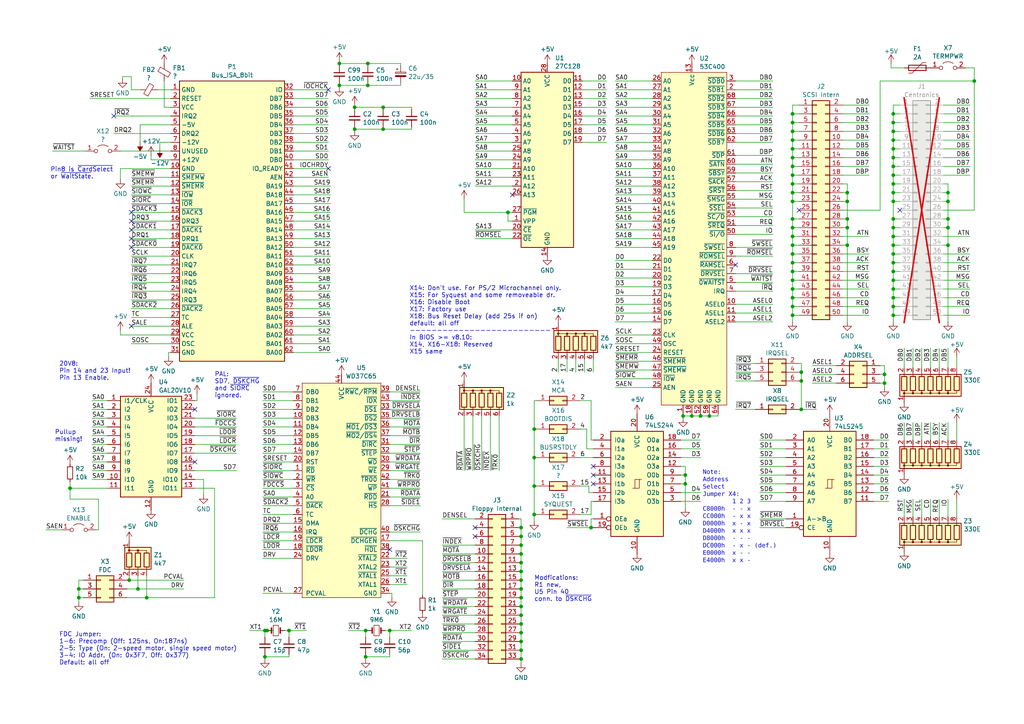
<source format=kicad_sch>
(kicad_sch (version 20230121) (generator eeschema)
  (paper "A4")
  (junction (at 259.08 83.82))
  (junction (at 229.87 66.04))
  (junction (at 259.08 43.18))
  (junction (at 200.66 120.65))
  (junction (at 151.13 180.975))
  (junction (at 151.13 153.035))
  (junction (at 259.08 58.42))
  (junction (at 37.465 168.275))
  (junction (at 229.87 73.66))
  (junction (at 198.12 120.65))
  (junction (at 198.755 137.795))
  (junction (at 259.08 91.44))
  (junction (at 259.08 78.74))
  (junction (at 111.125 31.115))
  (junction (at 232.41 118.745))
  (junction (at 274.955 71.12))
  (junction (at 259.08 35.56))
  (junction (at 76.835 182.88))
  (junction (at 42.545 173.355))
  (junction (at 259.08 53.34))
  (junction (at 259.08 63.5))
  (junction (at 229.87 55.88))
  (junction (at 229.87 48.26))
  (junction (at 245.745 55.88))
  (junction (at 245.745 63.5))
  (junction (at 151.13 168.275))
  (junction (at 256.54 108.585))
  (junction (at 229.87 88.9))
  (junction (at 229.87 43.18))
  (junction (at 205.74 120.65))
  (junction (at 229.87 63.5))
  (junction (at 259.08 81.28))
  (junction (at 229.87 78.74))
  (junction (at 259.08 55.88))
  (junction (at 151.13 163.195))
  (junction (at 274.955 63.5))
  (junction (at 113.03 182.88))
  (junction (at 259.08 66.04))
  (junction (at 229.87 76.2))
  (junction (at 259.08 68.58))
  (junction (at 151.13 183.515))
  (junction (at 245.745 71.12))
  (junction (at 232.41 107.95))
  (junction (at 259.08 76.2))
  (junction (at 229.87 58.42))
  (junction (at 151.13 173.355))
  (junction (at 83.82 182.88))
  (junction (at 259.08 40.64))
  (junction (at 22.86 170.815))
  (junction (at 77.47 182.88))
  (junction (at 98.425 24.765))
  (junction (at 229.87 33.02))
  (junction (at 20.32 141.605))
  (junction (at 229.87 38.1))
  (junction (at 151.13 165.735))
  (junction (at 256.54 111.125))
  (junction (at 151.13 178.435))
  (junction (at 151.13 160.655))
  (junction (at 229.87 81.28))
  (junction (at 229.87 86.36))
  (junction (at 151.13 188.595))
  (junction (at 154.94 124.46))
  (junction (at 229.87 40.64))
  (junction (at 259.08 38.1))
  (junction (at 229.87 35.56))
  (junction (at 106.045 182.88))
  (junction (at 229.87 71.12))
  (junction (at 151.13 191.135))
  (junction (at 151.13 158.115))
  (junction (at 245.745 66.04))
  (junction (at 111.125 37.465))
  (junction (at 98.425 18.415))
  (junction (at 102.87 37.465))
  (junction (at 274.955 55.88))
  (junction (at 229.87 83.82))
  (junction (at 259.08 88.9))
  (junction (at 232.41 110.49))
  (junction (at 203.2 120.65))
  (junction (at 151.13 186.055))
  (junction (at 106.68 18.415))
  (junction (at 259.08 50.8))
  (junction (at 229.87 53.34))
  (junction (at 259.08 33.02))
  (junction (at 102.87 31.115))
  (junction (at 151.13 175.895))
  (junction (at 229.87 45.72))
  (junction (at 282.575 23.495))
  (junction (at 106.68 24.765))
  (junction (at 40.005 170.815))
  (junction (at 22.86 173.355))
  (junction (at 259.08 48.26))
  (junction (at 259.08 73.66))
  (junction (at 154.94 149.225))
  (junction (at 259.08 86.36))
  (junction (at 274.955 58.42))
  (junction (at 154.94 140.97))
  (junction (at 76.835 190.5))
  (junction (at 259.08 45.72))
  (junction (at 245.745 58.42))
  (junction (at 274.955 66.04))
  (junction (at 154.94 132.715))
  (junction (at 229.87 50.8))
  (junction (at 229.87 91.44))
  (junction (at 259.08 71.12))
  (junction (at 106.045 190.5))
  (junction (at 151.13 170.815))
  (junction (at 198.755 140.335))
  (junction (at 151.13 155.575))
  (junction (at 147.32 61.595))
  (junction (at 171.45 153.035))
  (junction (at 229.87 68.58))
  (no_connect (at 172.085 137.795))
  (no_connect (at 137.795 153.035))
  (no_connect (at 38.1 66.675))
  (no_connect (at 213.36 76.835))
  (no_connect (at 56.515 133.985))
  (no_connect (at 231.775 60.96))
  (no_connect (at 56.515 118.745))
  (no_connect (at 172.085 140.335))
  (no_connect (at 260.985 60.96))
  (no_connect (at 148.59 56.515))
  (no_connect (at 38.1 71.755))
  (no_connect (at 95.25 48.895))
  (no_connect (at 38.1 94.615))
  (no_connect (at 38.1 69.215))
  (no_connect (at 38.1 61.595))
  (no_connect (at 38.1 64.135))
  (no_connect (at 33.02 33.655))
  (no_connect (at 113.03 159.385))
  (no_connect (at 137.795 155.575))
  (no_connect (at 95.25 26.035))
  (no_connect (at 172.085 135.255))
  (wire (pts (xy 178.435 26.035) (xy 189.23 26.035)))
  (wire (pts (xy 137.795 66.675) (xy 148.59 66.675)))
  (wire (pts (xy 274.955 149.86) (xy 274.955 144.78)))
  (wire (pts (xy 198.755 135.255) (xy 198.755 137.795)))
  (wire (pts (xy 178.435 80.645) (xy 189.23 80.645)))
  (wire (pts (xy 231.775 105.41) (xy 232.41 105.41)))
  (wire (pts (xy 82.55 182.88) (xy 83.82 182.88)))
  (wire (pts (xy 220.345 142.875) (xy 227.965 142.875)))
  (wire (pts (xy 213.36 105.41) (xy 219.075 105.41)))
  (wire (pts (xy 229.87 48.26) (xy 229.87 50.8)))
  (wire (pts (xy 259.08 45.72) (xy 260.985 45.72)))
  (wire (pts (xy 111.125 31.115) (xy 111.125 31.75)))
  (wire (pts (xy 85.09 102.235) (xy 95.885 102.235)))
  (wire (pts (xy 85.09 79.375) (xy 95.885 79.375)))
  (wire (pts (xy 150.495 153.035) (xy 151.13 153.035)))
  (wire (pts (xy 273.685 45.72) (xy 281.305 45.72)))
  (wire (pts (xy 229.87 76.2) (xy 229.87 78.74)))
  (wire (pts (xy 150.495 150.495) (xy 151.13 150.495)))
  (wire (pts (xy 229.87 35.56) (xy 231.775 35.56)))
  (wire (pts (xy 128.27 158.115) (xy 137.795 158.115)))
  (wire (pts (xy 56.515 141.605) (xy 62.23 141.605)))
  (wire (pts (xy 128.27 175.895) (xy 137.795 175.895)))
  (wire (pts (xy 76.2 159.385) (xy 85.09 159.385)))
  (wire (pts (xy 259.08 63.5) (xy 259.08 66.04)))
  (wire (pts (xy 178.435 38.735) (xy 189.23 38.735)))
  (wire (pts (xy 170.815 142.875) (xy 172.085 142.875)))
  (wire (pts (xy 244.475 38.1) (xy 252.095 38.1)))
  (wire (pts (xy 151.13 188.595) (xy 151.13 191.135)))
  (wire (pts (xy 197.485 137.795) (xy 198.755 137.795)))
  (wire (pts (xy 256.54 106.045) (xy 256.54 108.585)))
  (wire (pts (xy 113.03 167.005) (xy 118.11 167.005)))
  (wire (pts (xy 38.1 61.595) (xy 49.53 61.595)))
  (wire (pts (xy 56.515 126.365) (xy 68.58 126.365)))
  (wire (pts (xy 178.435 75.565) (xy 189.23 75.565)))
  (wire (pts (xy 259.08 33.02) (xy 259.08 35.56)))
  (wire (pts (xy 128.27 188.595) (xy 137.795 188.595)))
  (wire (pts (xy 229.87 58.42) (xy 229.87 63.5)))
  (wire (pts (xy 168.91 28.575) (xy 175.895 28.575)))
  (wire (pts (xy 256.54 108.585) (xy 256.54 111.125)))
  (wire (pts (xy 113.03 141.605) (xy 121.92 141.605)))
  (wire (pts (xy 272.415 149.86) (xy 272.415 144.78)))
  (wire (pts (xy 164.465 107.95) (xy 164.465 104.14)))
  (wire (pts (xy 213.36 79.375) (xy 224.155 79.375)))
  (wire (pts (xy 273.685 83.82) (xy 281.305 83.82)))
  (wire (pts (xy 26.035 28.575) (xy 49.53 28.575)))
  (wire (pts (xy 245.745 63.5) (xy 245.745 66.04)))
  (wire (pts (xy 76.835 184.785) (xy 76.835 182.88)))
  (wire (pts (xy 259.08 73.66) (xy 259.08 76.2)))
  (wire (pts (xy 259.08 48.26) (xy 259.08 50.8)))
  (wire (pts (xy 280.035 19.685) (xy 282.575 19.685)))
  (wire (pts (xy 229.87 91.44) (xy 229.87 93.345)))
  (wire (pts (xy 178.435 64.135) (xy 189.23 64.135)))
  (wire (pts (xy 85.09 59.055) (xy 95.885 59.055)))
  (wire (pts (xy 253.365 142.875) (xy 257.81 142.875)))
  (wire (pts (xy 111.125 31.115) (xy 119.38 31.115)))
  (wire (pts (xy 26.67 136.525) (xy 31.115 136.525)))
  (wire (pts (xy 273.685 81.28) (xy 281.305 81.28)))
  (wire (pts (xy 24.13 168.275) (xy 22.86 168.275)))
  (wire (pts (xy 35.56 22.86) (xy 35.56 22.225)))
  (wire (pts (xy 161.925 107.95) (xy 161.925 104.14)))
  (wire (pts (xy 171.45 153.035) (xy 172.085 153.035)))
  (wire (pts (xy 273.685 38.1) (xy 281.305 38.1)))
  (wire (pts (xy 76.835 190.5) (xy 83.82 190.5)))
  (wire (pts (xy 56.515 128.905) (xy 68.58 128.905)))
  (wire (pts (xy 229.87 63.5) (xy 231.775 63.5)))
  (wire (pts (xy 200.66 120.65) (xy 203.2 120.65)))
  (wire (pts (xy 116.205 24.13) (xy 116.205 24.765)))
  (wire (pts (xy 56.515 123.825) (xy 68.58 123.825)))
  (wire (pts (xy 229.87 33.02) (xy 231.775 33.02)))
  (wire (pts (xy 148.59 51.435) (xy 137.795 51.435)))
  (wire (pts (xy 229.87 81.28) (xy 231.775 81.28)))
  (wire (pts (xy 113.665 172.085) (xy 113.665 173.355)))
  (wire (pts (xy 38.1 74.295) (xy 49.53 74.295)))
  (wire (pts (xy 170.815 142.875) (xy 170.815 140.97)))
  (wire (pts (xy 168.275 116.205) (xy 171.45 116.205)))
  (wire (pts (xy 36.83 170.815) (xy 40.005 170.815)))
  (wire (pts (xy 229.87 66.04) (xy 231.775 66.04)))
  (wire (pts (xy 245.745 58.42) (xy 245.745 63.5)))
  (wire (pts (xy 151.13 175.895) (xy 151.13 178.435)))
  (wire (pts (xy 35.56 22.225) (xy 38.1 22.225)))
  (wire (pts (xy 85.09 66.675) (xy 95.885 66.675)))
  (wire (pts (xy 229.87 55.88) (xy 231.775 55.88)))
  (wire (pts (xy 178.435 104.775) (xy 189.23 104.775)))
  (wire (pts (xy 113.03 146.685) (xy 121.92 146.685)))
  (wire (pts (xy 164.465 153.035) (xy 171.45 153.035)))
  (wire (pts (xy 178.435 31.115) (xy 189.23 31.115)))
  (wire (pts (xy 269.875 149.86) (xy 269.875 144.78)))
  (wire (pts (xy 113.03 169.545) (xy 118.11 169.545)))
  (wire (pts (xy 34.925 97.155) (xy 49.53 97.155)))
  (wire (pts (xy 229.87 73.66) (xy 231.775 73.66)))
  (wire (pts (xy 76.2 146.685) (xy 85.09 146.685)))
  (wire (pts (xy 178.435 83.185) (xy 189.23 83.185)))
  (wire (pts (xy 106.045 182.88) (xy 106.68 182.88)))
  (wire (pts (xy 46.355 41.275) (xy 46.355 43.18)))
  (wire (pts (xy 154.94 124.46) (xy 155.575 124.46)))
  (wire (pts (xy 232.41 110.49) (xy 232.41 118.745)))
  (wire (pts (xy 76.2 136.525) (xy 85.09 136.525)))
  (wire (pts (xy 38.1 56.515) (xy 49.53 56.515)))
  (wire (pts (xy 20.32 141.605) (xy 31.115 141.605)))
  (wire (pts (xy 168.91 33.655) (xy 175.895 33.655)))
  (wire (pts (xy 220.345 132.715) (xy 227.965 132.715)))
  (wire (pts (xy 197.485 135.255) (xy 198.755 135.255)))
  (wire (pts (xy 244.475 33.02) (xy 252.095 33.02)))
  (wire (pts (xy 154.94 140.97) (xy 154.94 149.225)))
  (wire (pts (xy 85.09 41.275) (xy 95.25 41.275)))
  (wire (pts (xy 213.36 88.265) (xy 224.155 88.265)))
  (wire (pts (xy 57.15 114.3) (xy 57.15 116.205)))
  (wire (pts (xy 205.74 120.65) (xy 205.74 120.015)))
  (wire (pts (xy 22.86 168.275) (xy 22.86 170.815)))
  (wire (pts (xy 20.32 141.605) (xy 20.32 144.78)))
  (wire (pts (xy 213.36 33.655) (xy 224.155 33.655)))
  (wire (pts (xy 274.955 55.88) (xy 274.955 58.42)))
  (wire (pts (xy 150.495 180.975) (xy 151.13 180.975)))
  (wire (pts (xy 273.685 33.02) (xy 281.305 33.02)))
  (wire (pts (xy 154.94 124.46) (xy 154.94 132.715)))
  (wire (pts (xy 253.365 140.335) (xy 257.81 140.335)))
  (wire (pts (xy 213.36 71.755) (xy 224.155 71.755)))
  (wire (pts (xy 170.815 140.97) (xy 168.275 140.97)))
  (wire (pts (xy 128.27 165.735) (xy 137.795 165.735)))
  (wire (pts (xy 258.445 18.415) (xy 258.445 19.685)))
  (wire (pts (xy 106.68 18.415) (xy 116.205 18.415)))
  (wire (pts (xy 85.09 86.995) (xy 95.885 86.995)))
  (wire (pts (xy 259.08 58.42) (xy 260.985 58.42)))
  (wire (pts (xy 168.91 41.275) (xy 175.895 41.275)))
  (wire (pts (xy 178.435 97.155) (xy 189.23 97.155)))
  (wire (pts (xy 229.87 83.82) (xy 231.775 83.82)))
  (wire (pts (xy 229.87 40.64) (xy 231.775 40.64)))
  (wire (pts (xy 272.415 106.68) (xy 272.415 100.965)))
  (wire (pts (xy 113.03 190.5) (xy 113.03 189.865)))
  (wire (pts (xy 259.08 76.2) (xy 260.985 76.2)))
  (wire (pts (xy 229.87 45.72) (xy 231.775 45.72)))
  (wire (pts (xy 113.03 133.985) (xy 121.92 133.985)))
  (wire (pts (xy 38.1 76.835) (xy 49.53 76.835)))
  (wire (pts (xy 151.13 150.495) (xy 151.13 153.035)))
  (wire (pts (xy 213.36 74.295) (xy 224.155 74.295)))
  (wire (pts (xy 148.59 28.575) (xy 137.795 28.575)))
  (wire (pts (xy 85.09 28.575) (xy 95.25 28.575)))
  (wire (pts (xy 171.45 150.495) (xy 171.45 153.035)))
  (wire (pts (xy 113.03 121.285) (xy 121.92 121.285)))
  (wire (pts (xy 245.745 71.12) (xy 245.745 93.345)))
  (wire (pts (xy 259.08 35.56) (xy 259.08 38.1)))
  (wire (pts (xy 259.08 43.18) (xy 260.985 43.18)))
  (wire (pts (xy 178.435 71.755) (xy 189.23 71.755)))
  (wire (pts (xy 151.13 178.435) (xy 151.13 180.975)))
  (wire (pts (xy 269.875 106.68) (xy 269.875 100.965)))
  (wire (pts (xy 171.45 149.225) (xy 171.45 145.415)))
  (wire (pts (xy 28.575 153.67) (xy 27.94 153.67)))
  (wire (pts (xy 151.13 163.195) (xy 151.13 165.735)))
  (wire (pts (xy 168.91 26.035) (xy 175.895 26.035)))
  (wire (pts (xy 37.465 167.005) (xy 37.465 168.275)))
  (wire (pts (xy 229.87 50.8) (xy 231.775 50.8)))
  (wire (pts (xy 253.365 137.795) (xy 257.81 137.795)))
  (wire (pts (xy 259.08 53.34) (xy 260.985 53.34)))
  (wire (pts (xy 13.335 153.67) (xy 17.78 153.67)))
  (wire (pts (xy 106.68 24.765) (xy 98.425 24.765)))
  (wire (pts (xy 128.27 183.515) (xy 137.795 183.515)))
  (wire (pts (xy 178.435 107.315) (xy 189.23 107.315)))
  (wire (pts (xy 273.685 91.44) (xy 281.305 91.44)))
  (wire (pts (xy 244.475 76.2) (xy 252.095 76.2)))
  (wire (pts (xy 260.985 30.48) (xy 259.08 30.48)))
  (wire (pts (xy 229.87 86.36) (xy 229.87 88.9)))
  (wire (pts (xy 272.415 127.635) (xy 272.415 122.555)))
  (wire (pts (xy 49.53 41.275) (xy 46.355 41.275)))
  (wire (pts (xy 244.475 48.26) (xy 252.095 48.26)))
  (wire (pts (xy 26.67 139.065) (xy 31.115 139.065)))
  (wire (pts (xy 229.87 66.04) (xy 229.87 68.58)))
  (wire (pts (xy 151.13 186.055) (xy 151.13 188.595)))
  (wire (pts (xy 267.335 106.68) (xy 267.335 100.965)))
  (wire (pts (xy 170.18 124.46) (xy 168.275 124.46)))
  (wire (pts (xy 34.925 97.155) (xy 34.925 95.885)))
  (wire (pts (xy 106.045 190.5) (xy 113.03 190.5)))
  (wire (pts (xy 85.09 69.215) (xy 95.885 69.215)))
  (wire (pts (xy 76.2 116.205) (xy 85.09 116.205)))
  (wire (pts (xy 213.36 45.085) (xy 224.155 45.085)))
  (wire (pts (xy 139.7 136.525) (xy 139.7 120.65)))
  (wire (pts (xy 244.475 66.04) (xy 245.745 66.04)))
  (wire (pts (xy 85.09 43.815) (xy 95.25 43.815)))
  (wire (pts (xy 273.685 73.66) (xy 281.305 73.66)))
  (wire (pts (xy 85.09 64.135) (xy 95.885 64.135)))
  (wire (pts (xy 76.835 182.88) (xy 77.47 182.88)))
  (wire (pts (xy 20.32 141.605) (xy 20.32 139.7)))
  (wire (pts (xy 106.045 184.785) (xy 106.045 182.88)))
  (wire (pts (xy 148.59 31.115) (xy 137.795 31.115)))
  (wire (pts (xy 119.38 31.115) (xy 119.38 31.75)))
  (wire (pts (xy 151.13 170.815) (xy 151.13 173.355)))
  (wire (pts (xy 85.09 48.895) (xy 95.25 48.895)))
  (wire (pts (xy 267.335 127.635) (xy 267.335 122.555)))
  (wire (pts (xy 40.005 170.815) (xy 53.34 170.815)))
  (wire (pts (xy 213.36 50.165) (xy 224.155 50.165)))
  (wire (pts (xy 128.27 186.055) (xy 137.795 186.055)))
  (wire (pts (xy 244.475 35.56) (xy 252.095 35.56)))
  (wire (pts (xy 151.13 155.575) (xy 151.13 158.115)))
  (wire (pts (xy 244.475 71.12) (xy 245.745 71.12)))
  (wire (pts (xy 229.87 43.18) (xy 229.87 45.72)))
  (wire (pts (xy 85.09 38.735) (xy 95.25 38.735)))
  (wire (pts (xy 38.1 84.455) (xy 49.53 84.455)))
  (wire (pts (xy 26.67 116.205) (xy 31.115 116.205)))
  (wire (pts (xy 85.09 81.915) (xy 95.885 81.915)))
  (wire (pts (xy 213.36 36.195) (xy 224.155 36.195)))
  (wire (pts (xy 273.685 66.04) (xy 274.955 66.04)))
  (wire (pts (xy 128.27 173.355) (xy 137.795 173.355)))
  (wire (pts (xy 113.03 128.905) (xy 121.92 128.905)))
  (wire (pts (xy 262.255 149.86) (xy 262.255 144.78)))
  (wire (pts (xy 229.87 48.26) (xy 231.775 48.26)))
  (wire (pts (xy 213.36 55.245) (xy 224.155 55.245)))
  (wire (pts (xy 220.345 137.795) (xy 227.965 137.795)))
  (wire (pts (xy 213.36 62.865) (xy 224.155 62.865)))
  (wire (pts (xy 148.59 36.195) (xy 137.795 36.195)))
  (wire (pts (xy 229.87 38.1) (xy 231.775 38.1)))
  (wire (pts (xy 98.425 24.765) (xy 98.425 25.4)))
  (wire (pts (xy 33.02 38.735) (xy 49.53 38.735)))
  (wire (pts (xy 178.435 66.675) (xy 189.23 66.675)))
  (wire (pts (xy 62.23 173.355) (xy 62.23 141.605)))
  (wire (pts (xy 255.27 60.96) (xy 255.27 23.495)))
  (wire (pts (xy 85.09 36.195) (xy 95.25 36.195)))
  (wire (pts (xy 150.495 178.435) (xy 151.13 178.435)))
  (wire (pts (xy 147.32 64.135) (xy 147.32 61.595)))
  (wire (pts (xy 106.68 18.415) (xy 106.68 19.05)))
  (wire (pts (xy 259.08 71.12) (xy 259.08 73.66)))
  (wire (pts (xy 277.495 127.635) (xy 277.495 122.555)))
  (wire (pts (xy 148.59 46.355) (xy 137.795 46.355)))
  (wire (pts (xy 229.87 88.9) (xy 231.775 88.9)))
  (wire (pts (xy 85.09 74.295) (xy 95.885 74.295)))
  (wire (pts (xy 253.365 130.175) (xy 257.81 130.175)))
  (wire (pts (xy 102.87 31.115) (xy 111.125 31.115)))
  (wire (pts (xy 200.66 120.65) (xy 200.66 120.015)))
  (wire (pts (xy 178.435 36.195) (xy 189.23 36.195)))
  (wire (pts (xy 197.485 132.715) (xy 203.2 132.715)))
  (wire (pts (xy 259.08 50.8) (xy 260.985 50.8)))
  (wire (pts (xy 259.08 48.26) (xy 260.985 48.26)))
  (wire (pts (xy 45.72 26.035) (xy 49.53 26.035)))
  (wire (pts (xy 232.41 118.745) (xy 231.775 118.745)))
  (wire (pts (xy 231.775 107.95) (xy 232.41 107.95)))
  (wire (pts (xy 259.08 76.2) (xy 259.08 78.74)))
  (wire (pts (xy 197.485 142.875) (xy 203.2 142.875)))
  (wire (pts (xy 244.475 73.66) (xy 252.095 73.66)))
  (wire (pts (xy 128.27 180.975) (xy 137.795 180.975)))
  (wire (pts (xy 134.62 136.525) (xy 134.62 120.65)))
  (wire (pts (xy 128.27 168.275) (xy 137.795 168.275)))
  (wire (pts (xy 264.795 149.86) (xy 264.795 144.78)))
  (wire (pts (xy 259.08 71.12) (xy 260.985 71.12)))
  (wire (pts (xy 244.475 55.88) (xy 245.745 55.88)))
  (wire (pts (xy 26.67 118.745) (xy 31.115 118.745)))
  (wire (pts (xy 38.1 59.055) (xy 49.53 59.055)))
  (wire (pts (xy 229.87 53.34) (xy 229.87 55.88)))
  (wire (pts (xy 122.555 156.845) (xy 122.555 172.72)))
  (wire (pts (xy 56.515 139.065) (xy 59.055 139.065)))
  (wire (pts (xy 150.495 175.895) (xy 151.13 175.895)))
  (wire (pts (xy 198.12 120.65) (xy 200.66 120.65)))
  (wire (pts (xy 220.345 145.415) (xy 227.965 145.415)))
  (wire (pts (xy 229.87 76.2) (xy 231.775 76.2)))
  (wire (pts (xy 26.67 121.285) (xy 31.115 121.285)))
  (wire (pts (xy 213.36 118.745) (xy 219.075 118.745)))
  (wire (pts (xy 113.03 116.205) (xy 121.92 116.205)))
  (wire (pts (xy 197.485 140.335) (xy 198.755 140.335)))
  (wire (pts (xy 144.78 136.525) (xy 144.78 120.65)))
  (wire (pts (xy 148.59 64.135) (xy 147.32 64.135)))
  (wire (pts (xy 85.09 53.975) (xy 95.885 53.975)))
  (wire (pts (xy 282.575 23.495) (xy 282.575 60.96)))
  (wire (pts (xy 22.86 170.815) (xy 22.86 173.355)))
  (wire (pts (xy 229.87 81.28) (xy 229.87 83.82)))
  (wire (pts (xy 85.09 99.695) (xy 95.885 99.695)))
  (wire (pts (xy 34.925 48.895) (xy 49.53 48.895)))
  (wire (pts (xy 229.87 73.66) (xy 229.87 76.2)))
  (wire (pts (xy 150.495 186.055) (xy 151.13 186.055)))
  (wire (pts (xy 213.36 110.49) (xy 219.075 110.49)))
  (wire (pts (xy 128.27 163.195) (xy 137.795 163.195)))
  (wire (pts (xy 213.36 47.625) (xy 224.155 47.625)))
  (wire (pts (xy 178.435 112.395) (xy 189.23 112.395)))
  (wire (pts (xy 106.68 24.13) (xy 106.68 24.765)))
  (wire (pts (xy 259.08 68.58) (xy 260.985 68.58)))
  (wire (pts (xy 245.745 66.04) (xy 245.745 71.12)))
  (wire (pts (xy 232.41 118.745) (xy 236.855 118.745)))
  (wire (pts (xy 76.2 131.445) (xy 85.09 131.445)))
  (wire (pts (xy 213.36 107.95) (xy 219.075 107.95)))
  (wire (pts (xy 98.425 18.415) (xy 106.68 18.415)))
  (wire (pts (xy 274.955 58.42) (xy 274.955 63.5)))
  (wire (pts (xy 273.685 48.26) (xy 281.305 48.26)))
  (wire (pts (xy 85.09 71.755) (xy 95.885 71.755)))
  (wire (pts (xy 151.13 183.515) (xy 151.13 186.055)))
  (wire (pts (xy 178.435 109.855) (xy 189.23 109.855)))
  (wire (pts (xy 229.87 33.02) (xy 229.87 35.56)))
  (wire (pts (xy 229.87 35.56) (xy 229.87 38.1)))
  (wire (pts (xy 244.475 43.18) (xy 252.095 43.18)))
  (wire (pts (xy 85.09 76.835) (xy 95.885 76.835)))
  (wire (pts (xy 274.955 66.04) (xy 274.955 71.12)))
  (wire (pts (xy 168.275 132.715) (xy 172.085 132.715)))
  (wire (pts (xy 22.86 170.815) (xy 24.13 170.815)))
  (wire (pts (xy 172.085 150.495) (xy 171.45 150.495)))
  (wire (pts (xy 259.08 86.36) (xy 259.08 88.9)))
  (wire (pts (xy 178.435 53.975) (xy 189.23 53.975)))
  (wire (pts (xy 113.03 131.445) (xy 121.92 131.445)))
  (wire (pts (xy 178.435 41.275) (xy 189.23 41.275)))
  (wire (pts (xy 56.515 131.445) (xy 68.58 131.445)))
  (wire (pts (xy 245.745 55.88) (xy 245.745 58.42)))
  (wire (pts (xy 178.435 56.515) (xy 189.23 56.515)))
  (wire (pts (xy 171.45 127.635) (xy 171.45 116.205)))
  (wire (pts (xy 213.36 67.945) (xy 224.155 67.945)))
  (wire (pts (xy 203.2 120.65) (xy 205.74 120.65)))
  (wire (pts (xy 262.255 127.635) (xy 262.255 122.555)))
  (wire (pts (xy 113.03 182.88) (xy 113.03 184.785)))
  (wire (pts (xy 47.625 23.495) (xy 47.625 31.115)))
  (wire (pts (xy 40.005 167.005) (xy 40.005 170.815)))
  (wire (pts (xy 171.45 127.635) (xy 172.085 127.635)))
  (wire (pts (xy 273.685 86.36) (xy 281.305 86.36)))
  (wire (pts (xy 151.13 160.655) (xy 151.13 163.195)))
  (wire (pts (xy 148.59 43.815) (xy 137.795 43.815)))
  (wire (pts (xy 154.94 132.715) (xy 154.94 140.97)))
  (wire (pts (xy 269.875 127.635) (xy 269.875 122.555)))
  (wire (pts (xy 168.91 38.735) (xy 175.895 38.735)))
  (wire (pts (xy 229.87 53.34) (xy 231.775 53.34)))
  (wire (pts (xy 256.54 108.585) (xy 255.27 108.585)))
  (wire (pts (xy 150.495 170.815) (xy 151.13 170.815)))
  (wire (pts (xy 155.575 116.205) (xy 154.94 116.205)))
  (wire (pts (xy 256.54 111.125) (xy 256.54 112.395)))
  (wire (pts (xy 259.08 78.74) (xy 259.08 81.28)))
  (wire (pts (xy 282.575 19.685) (xy 282.575 23.495)))
  (wire (pts (xy 229.87 88.9) (xy 229.87 91.44)))
  (wire (pts (xy 38.1 81.915) (xy 49.53 81.915)))
  (wire (pts (xy 178.435 33.655) (xy 189.23 33.655)))
  (wire (pts (xy 26.67 128.905) (xy 31.115 128.905)))
  (wire (pts (xy 259.08 38.1) (xy 259.08 40.64)))
  (wire (pts (xy 42.545 173.355) (xy 62.23 173.355)))
  (wire (pts (xy 37.465 168.275) (xy 36.83 168.275)))
  (wire (pts (xy 220.345 140.335) (xy 227.965 140.335)))
  (wire (pts (xy 208.28 120.65) (xy 208.28 120.015)))
  (wire (pts (xy 244.475 53.34) (xy 245.745 53.34)))
  (wire (pts (xy 106.045 189.865) (xy 106.045 190.5)))
  (wire (pts (xy 148.59 41.275) (xy 137.795 41.275)))
  (wire (pts (xy 150.495 158.115) (xy 151.13 158.115)))
  (wire (pts (xy 178.435 43.815) (xy 189.23 43.815)))
  (wire (pts (xy 231.775 30.48) (xy 229.87 30.48)))
  (wire (pts (xy 150.495 191.135) (xy 151.13 191.135)))
  (wire (pts (xy 150.495 155.575) (xy 151.13 155.575)))
  (wire (pts (xy 277.495 149.86) (xy 277.495 144.78)))
  (wire (pts (xy 203.2 120.65) (xy 203.2 120.015)))
  (wire (pts (xy 106.68 24.765) (xy 116.205 24.765)))
  (wire (pts (xy 244.475 60.96) (xy 255.27 60.96)))
  (wire (pts (xy 253.365 127.635) (xy 257.81 127.635)))
  (wire (pts (xy 264.795 106.68) (xy 264.795 100.965)))
  (wire (pts (xy 113.03 139.065) (xy 121.92 139.065)))
  (wire (pts (xy 229.87 40.64) (xy 229.87 43.18)))
  (wire (pts (xy 38.1 66.675) (xy 49.53 66.675)))
  (wire (pts (xy 274.955 63.5) (xy 274.955 66.04)))
  (wire (pts (xy 38.1 53.975) (xy 49.53 53.975)))
  (wire (pts (xy 273.685 53.34) (xy 274.955 53.34)))
  (wire (pts (xy 229.87 68.58) (xy 231.775 68.58)))
  (wire (pts (xy 113.03 156.845) (xy 122.555 156.845)))
  (wire (pts (xy 253.365 135.255) (xy 257.81 135.255)))
  (wire (pts (xy 244.475 86.36) (xy 252.095 86.36)))
  (wire (pts (xy 47.625 31.115) (xy 49.53 31.115)))
  (wire (pts (xy 148.59 53.975) (xy 137.795 53.975)))
  (wire (pts (xy 259.08 81.28) (xy 260.985 81.28)))
  (wire (pts (xy 178.435 48.895) (xy 189.23 48.895)))
  (wire (pts (xy 56.515 136.525) (xy 68.58 136.525)))
  (wire (pts (xy 259.08 38.1) (xy 260.985 38.1)))
  (wire (pts (xy 273.685 63.5) (xy 274.955 63.5)))
  (wire (pts (xy 168.91 36.195) (xy 175.895 36.195)))
  (wire (pts (xy 128.27 170.815) (xy 137.795 170.815)))
  (wire (pts (xy 128.27 160.655) (xy 137.795 160.655)))
  (wire (pts (xy 178.435 99.695) (xy 189.23 99.695)))
  (wire (pts (xy 213.36 38.735) (xy 224.155 38.735)))
  (wire (pts (xy 38.1 69.215) (xy 49.53 69.215)))
  (wire (pts (xy 72.39 182.88) (xy 76.835 182.88)))
  (wire (pts (xy 264.795 127.635) (xy 264.795 122.555)))
  (wire (pts (xy 229.87 68.58) (xy 229.87 71.12)))
  (wire (pts (xy 148.59 48.895) (xy 137.795 48.895)))
  (wire (pts (xy 213.36 65.405) (xy 224.155 65.405)))
  (wire (pts (xy 244.475 78.74) (xy 252.095 78.74)))
  (wire (pts (xy 213.36 52.705) (xy 224.155 52.705)))
  (wire (pts (xy 42.545 173.355) (xy 42.545 167.005)))
  (wire (pts (xy 259.08 45.72) (xy 259.08 48.26)))
  (wire (pts (xy 102.87 31.115) (xy 102.87 31.75)))
  (wire (pts (xy 22.86 173.355) (xy 24.13 173.355)))
  (wire (pts (xy 259.08 40.64) (xy 260.985 40.64)))
  (wire (pts (xy 85.09 92.075) (xy 95.885 92.075)))
  (wire (pts (xy 244.475 83.82) (xy 252.095 83.82)))
  (wire (pts (xy 85.09 31.115) (xy 95.25 31.115)))
  (wire (pts (xy 213.36 31.115) (xy 224.155 31.115)))
  (wire (pts (xy 128.27 150.495) (xy 137.795 150.495)))
  (wire (pts (xy 76.835 190.5) (xy 76.835 191.135)))
  (wire (pts (xy 273.685 60.96) (xy 282.575 60.96)))
  (wire (pts (xy 151.13 153.035) (xy 151.13 155.575)))
  (wire (pts (xy 273.685 43.18) (xy 281.305 43.18)))
  (wire (pts (xy 38.1 51.435) (xy 49.53 51.435)))
  (wire (pts (xy 113.03 172.085) (xy 113.665 172.085)))
  (wire (pts (xy 76.2 113.665) (xy 85.09 113.665)))
  (wire (pts (xy 220.345 135.255) (xy 227.965 135.255)))
  (wire (pts (xy 242.57 108.585) (xy 235.585 108.585)))
  (wire (pts (xy 40.64 41.275) (xy 40.64 36.195)))
  (wire (pts (xy 151.13 168.275) (xy 151.13 170.815)))
  (wire (pts (xy 28.575 144.78) (xy 28.575 153.67)))
  (wire (pts (xy 113.03 154.305) (xy 121.92 154.305)))
  (wire (pts (xy 244.475 40.64) (xy 252.095 40.64)))
  (wire (pts (xy 85.09 97.155) (xy 95.885 97.155)))
  (wire (pts (xy 170.18 130.175) (xy 172.085 130.175)))
  (wire (pts (xy 119.38 37.465) (xy 111.125 37.465)))
  (wire (pts (xy 259.08 81.28) (xy 259.08 83.82)))
  (wire (pts (xy 148.59 33.655) (xy 137.795 33.655)))
  (wire (pts (xy 273.685 78.74) (xy 281.305 78.74)))
  (wire (pts (xy 170.18 130.175) (xy 170.18 124.46)))
  (wire (pts (xy 113.03 182.88) (xy 119.38 182.88)))
  (wire (pts (xy 274.955 53.34) (xy 274.955 55.88)))
  (wire (pts (xy 213.36 23.495) (xy 224.155 23.495)))
  (wire (pts (xy 38.1 89.535) (xy 49.53 89.535)))
  (wire (pts (xy 273.685 30.48) (xy 281.305 30.48)))
  (wire (pts (xy 259.08 83.82) (xy 259.08 86.36)))
  (wire (pts (xy 85.09 33.655) (xy 95.25 33.655)))
  (wire (pts (xy 38.1 71.755) (xy 49.53 71.755)))
  (wire (pts (xy 259.08 30.48) (xy 259.08 33.02)))
  (wire (pts (xy 229.87 71.12) (xy 229.87 73.66)))
  (wire (pts (xy 205.74 120.65) (xy 208.28 120.65)))
  (wire (pts (xy 273.685 40.64) (xy 281.305 40.64)))
  (wire (pts (xy 273.685 76.2) (xy 281.305 76.2)))
  (wire (pts (xy 137.795 69.215) (xy 148.59 69.215)))
  (wire (pts (xy 259.08 58.42) (xy 259.08 63.5)))
  (wire (pts (xy 85.09 89.535) (xy 95.885 89.535)))
  (wire (pts (xy 113.03 164.465) (xy 118.11 164.465)))
  (wire (pts (xy 111.125 36.83) (xy 111.125 37.465)))
  (wire (pts (xy 255.27 106.045) (xy 256.54 106.045)))
  (wire (pts (xy 76.2 128.905) (xy 85.09 128.905)))
  (wire (pts (xy 259.08 78.74) (xy 260.985 78.74)))
  (wire (pts (xy 229.87 55.88) (xy 229.87 58.42)))
  (wire (pts (xy 220.345 130.175) (xy 227.965 130.175)))
  (wire (pts (xy 231.775 110.49) (xy 232.41 110.49)))
  (wire (pts (xy 113.03 118.745) (xy 121.92 118.745)))
  (wire (pts (xy 178.435 93.345) (xy 189.23 93.345)))
  (wire (pts (xy 113.03 136.525) (xy 121.92 136.525)))
  (wire (pts (xy 26.67 133.985) (xy 31.115 133.985)))
  (wire (pts (xy 245.745 53.34) (xy 245.745 55.88)))
  (wire (pts (xy 154.94 149.225) (xy 154.94 151.13)))
  (wire (pts (xy 77.47 182.88) (xy 79.375 182.88)))
  (wire (pts (xy 111.76 182.88) (xy 113.03 182.88)))
  (wire (pts (xy 38.1 92.075) (xy 49.53 92.075)))
  (wire (pts (xy 119.38 36.83) (xy 119.38 37.465)))
  (wire (pts (xy 198.12 120.015) (xy 198.12 120.65)))
  (wire (pts (xy 38.1 64.135) (xy 49.53 64.135)))
  (wire (pts (xy 113.03 126.365) (xy 121.92 126.365)))
  (wire (pts (xy 116.205 18.415) (xy 116.205 19.05)))
  (wire (pts (xy 197.485 145.415) (xy 203.2 145.415)))
  (wire (pts (xy 76.835 189.865) (xy 76.835 190.5)))
  (wire (pts (xy 76.2 118.745) (xy 85.09 118.745)))
  (wire (pts (xy 178.435 51.435) (xy 189.23 51.435)))
  (wire (pts (xy 244.475 88.9) (xy 252.095 88.9)))
  (wire (pts (xy 274.955 71.12) (xy 274.955 93.345)))
  (wire (pts (xy 253.365 145.415) (xy 257.81 145.415)))
  (wire (pts (xy 273.685 71.12) (xy 274.955 71.12)))
  (wire (pts (xy 244.475 50.8) (xy 252.095 50.8)))
  (wire (pts (xy 137.16 136.525) (xy 137.16 120.65)))
  (wire (pts (xy 213.36 60.325) (xy 224.155 60.325)))
  (wire (pts (xy 38.1 99.695) (xy 49.53 99.695)))
  (wire (pts (xy 229.87 43.18) (xy 231.775 43.18)))
  (wire (pts (xy 76.2 149.225) (xy 85.09 149.225)))
  (wire (pts (xy 244.475 45.72) (xy 252.095 45.72)))
  (wire (pts (xy 171.45 145.415) (xy 172.085 145.415)))
  (wire (pts (xy 255.27 23.495) (xy 282.575 23.495)))
  (wire (pts (xy 22.86 173.355) (xy 22.86 174.625)))
  (wire (pts (xy 56.515 121.285) (xy 68.58 121.285)))
  (wire (pts (xy 98.425 24.13) (xy 98.425 24.765)))
  (wire (pts (xy 259.08 43.18) (xy 259.08 45.72)))
  (wire (pts (xy 229.87 50.8) (xy 229.87 53.34)))
  (wire (pts (xy 229.87 63.5) (xy 229.87 66.04)))
  (wire (pts (xy 229.87 78.74) (xy 229.87 81.28)))
  (wire (pts (xy 213.36 41.275) (xy 224.155 41.275)))
  (wire (pts (xy 178.435 102.235) (xy 189.23 102.235)))
  (wire (pts (xy 37.465 168.275) (xy 53.34 168.275)))
  (wire (pts (xy 150.495 188.595) (xy 151.13 188.595)))
  (wire (pts (xy 26.67 131.445) (xy 31.115 131.445)))
  (wire (pts (xy 59.055 139.065) (xy 59.055 143.51)))
  (wire (pts (xy 198.12 120.65) (xy 198.12 121.285)))
  (wire (pts (xy 36.83 173.355) (xy 42.545 173.355)))
  (wire (pts (xy 76.2 121.285) (xy 85.09 121.285)))
  (wire (pts (xy 34.925 52.07) (xy 34.925 48.895)))
  (wire (pts (xy 259.08 35.56) (xy 260.985 35.56)))
  (wire (pts (xy 232.41 105.41) (xy 232.41 107.95)))
  (wire (pts (xy 33.02 33.655) (xy 49.53 33.655)))
  (wire (pts (xy 134.62 57.785) (xy 134.62 61.595)))
  (wire (pts (xy 113.03 113.665) (xy 121.92 113.665)))
  (wire (pts (xy 102.87 37.465) (xy 102.87 38.1)))
  (wire (pts (xy 259.08 66.04) (xy 260.985 66.04)))
  (wire (pts (xy 76.2 151.765) (xy 85.09 151.765)))
  (wire (pts (xy 38.1 26.035) (xy 40.64 26.035)))
  (wire (pts (xy 259.08 88.9) (xy 260.985 88.9)))
  (wire (pts (xy 38.1 79.375) (xy 49.53 79.375)))
  (wire (pts (xy 151.13 180.975) (xy 151.13 183.515)))
  (wire (pts (xy 213.36 28.575) (xy 224.155 28.575)))
  (wire (pts (xy 85.09 46.355) (xy 95.25 46.355)))
  (wire (pts (xy 197.485 127.635) (xy 203.2 127.635)))
  (wire (pts (xy 259.08 88.9) (xy 259.08 91.44)))
  (wire (pts (xy 142.24 136.525) (xy 142.24 120.65)))
  (wire (pts (xy 178.435 88.265) (xy 189.23 88.265)))
  (wire (pts (xy 213.36 84.455) (xy 224.155 84.455)))
  (wire (pts (xy 259.08 50.8) (xy 259.08 53.34)))
  (wire (pts (xy 178.435 23.495) (xy 189.23 23.495)))
  (wire (pts (xy 113.03 144.145) (xy 121.92 144.145)))
  (wire (pts (xy 168.91 31.115) (xy 175.895 31.115)))
  (wire (pts (xy 259.08 86.36) (xy 260.985 86.36)))
  (wire (pts (xy 229.87 83.82) (xy 229.87 86.36)))
  (wire (pts (xy 102.87 30.48) (xy 102.87 31.115)))
  (wire (pts (xy 167.005 107.95) (xy 167.005 104.14)))
  (wire (pts (xy 213.36 26.035) (xy 224.155 26.035)))
  (wire (pts (xy 128.27 191.135) (xy 137.795 191.135)))
  (wire (pts (xy 113.03 161.925) (xy 118.11 161.925)))
  (wire (pts (xy 178.435 69.215) (xy 189.23 69.215)))
  (wire (pts (xy 244.475 91.44) (xy 252.095 91.44)))
  (wire (pts (xy 26.67 123.825) (xy 31.115 123.825)))
  (wire (pts (xy 100.965 182.88) (xy 106.045 182.88)))
  (wire (pts (xy 76.2 172.085) (xy 85.09 172.085)))
  (wire (pts (xy 76.2 156.845) (xy 85.09 156.845)))
  (wire (pts (xy 178.435 61.595) (xy 189.23 61.595)))
  (wire (pts (xy 273.685 35.56) (xy 281.305 35.56)))
  (wire (pts (xy 76.2 154.305) (xy 85.09 154.305)))
  (wire (pts (xy 154.94 140.97) (xy 155.575 140.97)))
  (wire (pts (xy 106.045 190.5) (xy 106.045 191.135)))
  (wire (pts (xy 267.335 149.86) (xy 267.335 144.78)))
  (wire (pts (xy 148.59 38.735) (xy 137.795 38.735)))
  (wire (pts (xy 229.87 71.12) (xy 231.775 71.12)))
  (wire (pts (xy 150.495 183.515) (xy 151.13 183.515)))
  (wire (pts (xy 259.08 55.88) (xy 259.08 58.42)))
  (wire (pts (xy 102.87 36.83) (xy 102.87 37.465)))
  (wire (pts (xy 259.08 68.58) (xy 259.08 71.12)))
  (wire (pts (xy 85.09 56.515) (xy 95.885 56.515)))
  (wire (pts (xy 178.435 59.055) (xy 189.23 59.055)))
  (wire (pts (xy 229.87 86.36) (xy 231.775 86.36)))
  (wire (pts (xy 151.13 191.135) (xy 151.13 192.405)))
  (wire (pts (xy 128.27 178.435) (xy 137.795 178.435)))
  (wire (pts (xy 85.09 61.595) (xy 95.885 61.595)))
  (wire (pts (xy 168.91 23.495) (xy 175.895 23.495)))
  (wire (pts (xy 76.2 161.925) (xy 85.09 161.925)))
  (wire (pts (xy 232.41 107.95) (xy 232.41 110.49)))
  (wire (pts (xy 244.475 63.5) (xy 245.745 63.5)))
  (wire (pts (xy 171.45 149.225) (xy 168.275 149.225)))
  (wire (pts (xy 259.08 40.64) (xy 259.08 43.18)))
  (wire (pts (xy 277.495 106.68) (xy 277.495 103.505)))
  (wire (pts (xy 259.08 91.44) (xy 259.08 93.345)))
  (wire (pts (xy 259.08 66.04) (xy 259.08 68.58)))
  (wire (pts (xy 259.08 63.5) (xy 260.985 63.5)))
  (wire (pts (xy 178.435 90.805) (xy 189.23 90.805)))
  (wire (pts (xy 40.64 36.195) (xy 49.53 36.195)))
  (wire (pts (xy 229.87 78.74) (xy 231.775 78.74)))
  (wire (pts (xy 98.425 17.78) (xy 98.425 18.415)))
  (wire (pts (xy 178.435 46.355) (xy 189.23 46.355)))
  (wire (pts (xy 150.495 168.275) (xy 151.13 168.275)))
  (wire (pts (xy 197.485 130.175) (xy 203.2 130.175)))
  (wire (pts (xy 178.435 78.105) (xy 189.23 78.105)))
  (wire (pts (xy 213.36 81.915) (xy 224.155 81.915)))
  (wire (pts (xy 244.475 30.48) (xy 252.095 30.48)))
  (wire (pts (xy 259.08 55.88) (xy 260.985 55.88)))
  (wire (pts (xy 198.755 137.795) (xy 198.755 140.335)))
  (wire (pts (xy 85.09 84.455) (xy 95.885 84.455)))
  (wire (pts (xy 259.08 91.44) (xy 260.985 91.44)))
  (wire (pts (xy 15.24 43.815) (xy 24.765 43.815)))
  (wire (pts (xy 258.445 19.685) (xy 262.255 19.685)))
  (wire (pts (xy 229.87 91.44) (xy 231.775 91.44)))
  (wire (pts (xy 26.67 126.365) (xy 31.115 126.365)))
  (wire (pts (xy 76.2 141.605) (xy 85.09 141.605)))
  (wire (pts (xy 76.2 123.825) (xy 85.09 123.825)))
  (wire (pts (xy 48.895 102.235) (xy 49.53 102.235)))
  (wire (pts (xy 150.495 165.735) (xy 151.13 165.735)))
  (wire (pts (xy 76.2 133.985) (xy 85.09 133.985)))
  (wire (pts (xy 20.32 144.78) (xy 28.575 144.78)))
  (wire (pts (xy 229.87 58.42) (xy 231.775 58.42)))
  (wire (pts (xy 244.475 58.42) (xy 245.745 58.42)))
  (wire (pts (xy 220.345 153.035) (xy 227.965 153.035)))
  (wire (pts (xy 76.2 144.145) (xy 85.09 144.145)))
  (wire (pts (xy 273.685 88.9) (xy 281.305 88.9)))
  (wire (pts (xy 151.13 158.115) (xy 151.13 160.655)))
  (wire (pts (xy 262.255 106.68) (xy 262.255 100.965)))
  (wire (pts (xy 273.685 68.58) (xy 281.305 68.58)))
  (wire (pts (xy 259.08 73.66) (xy 260.985 73.66)))
  (wire (pts (xy 198.755 140.335) (xy 198.755 147.32)))
  (wire (pts (xy 244.475 68.58) (xy 252.095 68.58)))
  (wire (pts (xy 274.955 127.635) (xy 274.955 122.555)))
  (wire (pts (xy 76.2 126.365) (xy 85.09 126.365)))
  (wire (pts (xy 85.09 26.035) (xy 95.25 26.035)))
  (wire (pts (xy 172.085 107.95) (xy 172.085 104.14)))
  (wire (pts (xy 148.59 26.035) (xy 137.795 26.035)))
  (wire (pts (xy 150.495 173.355) (xy 151.13 173.355)))
  (wire (pts (xy 43.815 45.085) (xy 43.815 46.355)))
  (wire (pts (xy 273.685 50.8) (xy 281.305 50.8)))
  (wire (pts (xy 98.425 18.415) (xy 98.425 19.05)))
  (wire (pts (xy 244.475 81.28) (xy 252.095 81.28)))
  (wire (pts (xy 242.57 106.045) (xy 235.585 106.045)))
  (wire (pts (xy 259.08 83.82) (xy 260.985 83.82)))
  (wire (pts (xy 154.94 149.225) (xy 155.575 149.225)))
  (wire (pts (xy 151.13 173.355) (xy 151.13 175.895)))
  (wire (pts (xy 213.36 93.345) (xy 224.155 93.345)))
  (wire (pts (xy 150.495 163.195) (xy 151.13 163.195)))
  (wire (pts (xy 274.955 106.68) (xy 274.955 100.965)))
  (wire (pts (xy 256.54 111.125) (xy 255.27 111.125)))
  (wire (pts (xy 220.345 150.495) (xy 227.965 150.495)))
  (wire (pts (xy 242.57 111.125) (xy 235.585 111.125)))
  (wire (pts (xy 38.1 86.995) (xy 49.53 86.995)))
  (wire (pts (xy 147.32 61.595) (xy 148.59 61.595)))
  (wire (pts (xy 273.685 55.88) (xy 274.955 55.88)))
  (wire (pts (xy 213.36 90.805) (xy 224.155 90.805)))
  (wire (pts (xy 273.685 58.42) (xy 274.955 58.42)))
  (wire (pts (xy 56.515 116.205) (xy 57.15 116.205)))
  (wire (pts (xy 154.94 116.205) (xy 154.94 124.46)))
  (wire (pts (xy 102.87 37.465) (xy 111.125 37.465)))
  (wire (pts (xy 169.545 107.95) (xy 169.545 104.14)))
  (wire (pts (xy 76.2 139.065) (xy 85.09 139.065)))
  (wire (pts (xy 213.36 57.785) (xy 224.155 57.785)))
  (wire (pts (xy 253.365 132.715) (xy 257.81 132.715)))
  (wire (pts (xy 229.87 38.1) (xy 229.87 40.64)))
  (wire (pts (xy 154.94 132.715) (xy 155.575 132.715)))
  (wire (pts (xy 83.82 190.5) (xy 83.82 189.865)))
  (wire (pts (xy 38.1 94.615) (xy 49.53 94.615)))
  (wire (pts (xy 259.08 33.02) (xy 260.985 33.02)))
  (wire (pts (xy 259.08 53.34) (xy 259.08 55.88)))
  (wire (pts (xy 229.87 30.48) (xy 229.87 33.02)))
  (wire (pts (xy 178.435 28.575) (xy 189.23 28.575)))
  (wire (pts (xy 85.09 51.435) (xy 95.25 51.435)))
  (wire (pts (xy 113.03 123.825) (xy 121.92 123.825)))
  (wire (pts (xy 148.59 23.495) (xy 137.795 23.495)))
  (wire (pts (xy 38.1 22.225) (xy 38.1 26.035)))
  (wire (pts (xy 83.82 182.88) (xy 83.82 184.785)))
  (wire (pts (xy 220.345 127.635) (xy 227.965 127.635)))
  (wire (pts (xy 229.87 45.72) (xy 229.87 48.26)))
  (wire (pts (xy 48.895 102.235) (xy 48.895 103.505)))
  (wire (pts (xy 83.82 182.88) (xy 88.9 182.88)))
  (wire (pts (xy 178.435 85.725) (xy 189.23 85.725)))
  (wire (pts (xy 85.09 94.615) (xy 95.885 94.615)))
  (wire (pts (xy 134.62 61.595) (xy 147.32 61.595)))
  (wire (pts (xy 34.925 43.815) (xy 49.53 43.815)))
  (wire (pts (xy 151.13 165.735) (xy 151.13 168.275)))
  (wire (pts (xy 43.815 46.355) (xy 49.53 46.355)))
  (wire (pts (xy 150.495 160.655) (xy 151.13 160.655)))
  (text "Pullup\nmissing!" (at 15.875 128.27 0) (effects (font (size 1.27 1.27)) (justify left bottom)))
  (text "X14: Don't use. For PS/2 Microchannel only.\nX15: For Syquest and some removeable dr.\nX16: Disable Boot\nX17: Factory use\nX18: Bus Reset Delay (add 25s if on)\ndefault: all off\n--------------------------\nIn BIOS >= v8.10:\nX14, X16-X18: Reserved\nX15 same" (at 118.745 102.87 0) (effects (font (size 1.27 1.27)) (justify left bottom)))
  (text "FDC Jumper:\n1-6: Precomp (Off: 125ns, On:187ns)\n2-5: Type (On: 2-speed motor, single speed motor)\n3-4: IO Addr. (On: 0x3F7, Off: 0x377)\nDefault: all off" (at 17.145 193.04 0) (effects (font (size 1.27 1.27)) (justify left bottom)))
  (text "Modfications:\nR1 new,\nU5 Pin 40 \nconn. to ~{DSKCHG}" (at 154.94 174.625 0) (effects (font (size 1.27 1.27)) (justify left bottom)))
  (text "Note:\nAddress\nSelect\nJumper X4:\n        1 2 3\nC8000h  - - x\nCC000h  - x x\nD0000h  x - x\nD4000h  x x x\nD8000h  - - - \nDC000h  - x - (def.)\nE0000h  x - -\nE4000h  x x -" (at 203.835 163.83 0) (effects (font (size 1.27 1.27)) (justify left bottom)))
  (text "PAL:\nSD7, ~{DSKCHG}\nand ~{SIORC}\nignored." (at 62.23 115.57 0) (effects (font (size 1.27 1.27)) (justify left bottom)))
  (text "Pin8 is ~{CardSelect}\nor ~{WaitState}." (at 14.605 52.07 0) (effects (font (size 1.27 1.27)) (justify left bottom)))
  (text "20V8:\nPin 14 and 23 Input!\nPin 13 Enable." (at 17.145 110.49 0) (effects (font (size 1.27 1.27)) (justify left bottom)))
  (label "~{XT1}" (at 88.9 182.88 180))
  (label "~{WRPRO}" (at 121.92 141.605 180))
  (label "SA17" (at 178.435 66.675 0))
  (label "SAEN" (at 178.435 112.395 0))
  (label "~{IRQ7}" (at 213.36 118.745 0))
  (label "~{SMEMW}" (at 38.1 51.435 0))
  (label "D4" (at 175.895 33.655 180))
  (label "~{DIR}" (at 128.27 170.815 0))
  (label "4" (at 167.005 107.95 90))
  (label "ASEL2" (at 235.585 111.125 0))
  (label "D0" (at 257.81 127.635 180))
  (label "~{DRVSELB}" (at 121.92 121.285 180))
  (label "SAEN" (at 95.25 51.435 180))
  (label "SD4" (at 95.25 36.195 180))
  (label "SA10" (at 95.885 76.835 180))
  (label "DB3" (at 252.095 38.1 180))
  (label "SAEN" (at 13.335 153.67 0))
  (label "SA5" (at 26.67 128.905 0))
  (label "SA7" (at 95.885 84.455 180))
  (label "~{SWSEL}" (at 224.155 71.755 180))
  (label "SA4" (at 137.795 33.655 0))
  (label "ACK" (at 252.095 76.2 180))
  (label "~{ROMSEL}" (at 224.155 74.295 180))
  (label "SD3" (at 76.2 121.285 0))
  (label "SA0" (at 137.795 23.495 0))
  (label "SA4" (at 26.67 126.365 0))
  (label "SA17" (at 95.885 59.055 180))
  (label "SA8" (at 137.795 43.815 0))
  (label "SD2" (at 95.25 41.275 180))
  (label "SA3" (at 95.885 94.615 180))
  (label "SA19" (at 95.885 53.975 180))
  (label "D7" (at 203.2 127.635 180))
  (label "DBP" (at 267.335 122.555 270))
  (label "DB6" (at 252.095 45.72 180))
  (label "~{IRQ5}" (at 213.36 110.49 0))
  (label "D1" (at 257.81 130.175 180))
  (label "~{LDCR}" (at 76.2 156.845 0))
  (label "SA19" (at 178.435 71.755 0))
  (label "IO" (at 274.955 144.78 270))
  (label "6" (at 168.275 132.715 0))
  (label "SA1" (at 95.885 99.695 180))
  (label "SD0" (at 95.25 46.355 180))
  (label "~{SIOWC}" (at 178.435 109.855 0))
  (label "SOSC" (at 38.1 99.695 0))
  (label "SA3" (at 137.795 31.115 0))
  (label "~{LDOR}" (at 76.2 159.385 0))
  (label "SA11" (at 95.885 74.295 180))
  (label "SEL" (at 252.095 83.82 180))
  (label "~{IRQ4}" (at 213.36 107.95 0))
  (label "REQ" (at 252.095 88.9 180))
  (label "SA9" (at 178.435 46.355 0))
  (label "SCLK" (at 178.435 97.155 0))
  (label "~{DRVSEL}" (at 224.155 79.375 180))
  (label "SA7" (at 137.795 41.275 0))
  (label "~{IRQ6}" (at 76.2 154.305 0))
  (label "~{DSKCHG}" (at 128.27 191.135 0))
  (label "SEL" (at 267.335 144.78 270))
  (label "~{TRK0}" (at 128.27 180.975 0))
  (label "DRQ2" (at 76.2 151.765 0))
  (label "SD3" (at 95.25 38.735 180))
  (label "XT1" (at 118.11 169.545 180))
  (label "DRV" (at 53.34 170.815 180))
  (label "PCVAL" (at 53.34 168.275 180))
  (label "D6" (at 178.435 90.805 0))
  (label "~{STEP}" (at 128.27 173.355 0))
  (label "~{SDACK2}" (at 38.1 89.535 0))
  (label "~{INDEX}" (at 142.24 136.525 90))
  (label "~{IRQ}" (at 236.855 118.745 180))
  (label "SD0" (at 76.2 113.665 0))
  (label "SA6" (at 95.885 86.995 180))
  (label "~{IOCHCK}" (at 95.25 26.035 180))
  (label "TC" (at 38.1 92.075 0))
  (label "SEL" (at 281.305 83.82 180))
  (label "17" (at 168.275 149.225 0))
  (label "D7" (at 175.895 41.275 180))
  (label "ATN" (at 269.875 122.555 270))
  (label "DB3" (at 269.875 100.965 270))
  (label "IOCHRDY" (at 95.25 48.895 180))
  (label "~{SIOWC}" (at 38.1 56.515 0))
  (label "~{SDACK3}" (at 38.1 61.595 0))
  (label "DB4" (at 252.095 40.64 180))
  (label "DENSEL" (at 128.27 150.495 0))
  (label "DB5" (at 224.155 36.195 180))
  (label "DRQ2" (at 33.02 38.735 0))
  (label "SD7" (at 95.25 28.575 180))
  (label "~{SMEMR}" (at 38.1 53.975 0))
  (label "~{WRPRO}" (at 137.16 136.525 90))
  (label "D0" (at 175.895 23.495 180))
  (label "DB0" (at 252.095 30.48 180))
  (label "~{SIOWC}" (at 76.2 139.065 0))
  (label "D4" (at 178.435 85.725 0))
  (label "SRESET" (at 76.2 133.985 0))
  (label "~{RDATA}" (at 121.92 144.145 180))
  (label "DB4" (at 224.155 33.655 180))
  (label "SA7" (at 26.67 133.985 0))
  (label "D4" (at 203.2 142.875 180))
  (label "DB4" (at 281.305 40.64 180))
  (label "~{MOTA}" (at 121.92 123.825 180))
  (label "SA12" (at 178.435 53.975 0))
  (label "SA6" (at 178.435 38.735 0))
  (label "IO" (at 281.305 91.44 180))
  (label "SA15" (at 178.435 61.595 0))
  (label "ACK" (at 224.155 52.705 180))
  (label "SA2" (at 26.67 121.285 0))
  (label "SA1" (at 26.67 118.745 0))
  (label "SA12" (at 95.885 71.755 180))
  (label "~{IRQ2}" (at 33.02 33.655 0))
  (label "MSG" (at 224.155 57.785 180))
  (label "~{STEP}" (at 121.92 131.445 180))
  (label "DB2" (at 252.095 35.56 180))
  (label "~{ROMSEL}" (at 137.795 69.215 0))
  (label "6" (at 172.085 107.95 90))
  (label "~{IRQ6}" (at 38.1 79.375 0))
  (label "~{SIORC}" (at 76.2 136.525 0))
  (label "SA13" (at 95.885 69.215 180))
  (label "~{XT1}" (at 118.11 167.005 180))
  (label "SD4" (at 76.2 123.825 0))
  (label "XT2" (at 119.38 182.88 180))
  (label "SD4" (at 220.345 137.795 0))
  (label "~{DSKCHG}" (at 139.7 136.525 90))
  (label "~{IRQ3}" (at 213.36 105.41 0))
  (label "ATN" (at 252.095 68.58 180))
  (label "D4" (at 257.81 137.795 180))
  (label "~{TRK0}" (at 144.78 136.525 90))
  (label "D2" (at 257.81 132.715 180))
  (label "DB1" (at 252.095 33.02 180))
  (label "D6" (at 203.2 145.415 180))
  (label "~{WRGATE}" (at 121.92 136.525 180))
  (label "SA16" (at 95.885 61.595 180))
  (label "XT2" (at 118.11 164.465 180))
  (label "REQ" (at 281.305 88.9 180))
  (label "D6" (at 175.895 38.735 180))
  (label "SA12" (at 137.795 53.975 0))
  (label "SA16" (at 178.435 64.135 0))
  (label "SA5" (at 137.795 36.195 0))
  (label "SA9" (at 137.795 46.355 0))
  (label "ASEL1" (at 235.585 106.045 0))
  (label "~{WRDATA}" (at 121.92 133.985 180))
  (label "DB6" (at 281.305 45.72 180))
  (label "~{DRVSELA}" (at 121.92 118.745 180))
  (label "DBP" (at 224.155 45.085 180))
  (label "SA0" (at 95.885 102.235 180))
  (label "SD2" (at 76.2 118.745 0))
  (label "~{FDCCS}" (at 76.2 141.605 0))
  (label "~{MOTB}" (at 128.27 168.275 0))
  (label "D5" (at 178.435 88.265 0))
  (label "SA8" (at 95.885 81.915 180))
  (label "~{DRVSEL}" (at 220.345 153.035 0))
  (label "DB6" (at 262.255 122.555 270))
  (label "SA1" (at 178.435 26.035 0))
  (label "~{MOTB}" (at 121.92 126.365 180))
  (label "DB3" (at 281.305 38.1 180))
  (label "SD5" (at 220.345 140.335 0))
  (label "ACK" (at 274.955 122.555 270))
  (label "DB7" (at 224.155 41.275 180))
  (label "DB5" (at 281.305 43.18 180))
  (label "~{DRVSELB}" (at 128.27 163.195 0))
  (label "XT1" (at 72.39 182.88 0))
  (label "~{WRGATE}" (at 128.27 178.435 0))
  (label "D0" (at 178.435 75.565 0))
  (label "~{SMEMR}" (at 178.435 104.775 0))
  (label "SD6" (at 76.2 128.905 0))
  (label "REQ" (at 224.155 65.405 180))
  (label "SA11" (at 137.795 51.435 0))
  (label "CD" (at 281.305 86.36 180))
  (label "ATN" (at 224.155 47.625 180))
  (label "DBP" (at 252.095 50.8 180))
  (label "D6" (at 257.81 142.875 180))
  (label "~{SMEMW}" (at 178.435 107.315 0))
  (label "RST" (at 224.155 55.245 180))
  (label "ASEL0" (at 235.585 108.585 0))
  (label "~{IRQ4}" (at 38.1 84.455 0))
  (label "SA8" (at 178.435 43.815 0))
  (label "ASEL1" (at 224.155 90.805 180))
  (label "DB1" (at 264.795 100.965 270))
  (label "~{SIORC}" (at 68.58 121.285 180))
  (label "~{XT2}" (at 118.11 161.925 180))
  (label "ASEL0" (at 224.155 88.265 180))
  (label "~{WAITST}" (at 224.155 81.915 180))
  (label "SA13" (at 137.795 66.675 0))
  (label "SA2" (at 95.885 97.155 180))
  (label "D2" (at 178.435 80.645 0))
  (label "~{IRQ3}" (at 38.1 86.995 0))
  (label "~{SIORC}" (at 38.1 59.055 0))
  (label "SD1" (at 95.25 43.815 180))
  (label "SD7" (at 220.345 145.415 0))
  (label "MSG" (at 252.095 81.28 180))
  (label "~{SDACK1}" (at 38.1 66.675 0))
  (label "~{DRVSELA}" (at 128.27 165.735 0))
  (label "~{DSKCHG}" (at 121.92 154.305 180))
  (label "SA18" (at 178.435 69.215 0))
  (label "~{DSKCHG}" (at 68.58 131.445 180))
  (label "REQ" (at 272.415 144.78 270))
  (label "~{RDATA}" (at 128.27 186.055 0))
  (label "~{WRDATA}" (at 128.27 175.895 0))
  (label "SA13" (at 178.435 56.515 0))
  (label "SD2" (at 220.345 132.715 0))
  (label "SA14" (at 95.885 66.675 180))
  (label "D3" (at 178.435 83.185 0))
  (label "SD3" (at 220.345 135.255 0))
  (label "SD7" (at 76.2 131.445 0))
  (label "DB7" (at 264.795 122.555 270))
  (label "D3" (at 175.895 31.115 180))
  (label "DRQ1" (at 38.1 69.215 0))
  (label "~{MOTA}" (at 128.27 160.655 0))
  (label "MSG" (at 264.795 144.78 270))
  (label "SA2" (at 178.435 28.575 0))
  (label "SA1" (at 137.795 26.035 0))
  (label "SA10" (at 137.795 48.895 0))
  (label "SA3" (at 178.435 31.115 0))
  (label "SA4" (at 178.435 33.655 0))
  (label "4" (at 168.275 124.46 0))
  (label "~{SDACK2}" (at 76.2 146.685 0))
  (label "DENSEL" (at 121.92 113.665 180))
  (label "D3" (at 203.2 132.715 180))
  (label "DB2" (at 224.155 28.575 180))
  (label "SD6" (at 220.345 142.875 0))
  (label "D5" (at 257.81 140.335 180))
  (label "17" (at 164.465 107.95 90))
  (label "D1" (at 178.435 78.105 0))
  (label "DRQ3" (at 38.1 64.135 0))
  (label "~{TRK0}" (at 121.92 139.065 180))
  (label "DB2" (at 281.305 35.56 180))
  (label "CD" (at 224.155 62.865 180))
  (label "BSY" (at 281.305 73.66 180))
  (label "SD5" (at 76.2 126.365 0))
  (label "~{WRPRO}" (at 128.27 183.515 0))
  (label "SA6" (at 26.67 131.445 0))
  (label "SA3" (at 26.67 123.825 0))
  (label "D5" (at 203.2 130.175 180))
  (label "DB4" (at 272.415 100.965 270))
  (label "~{WAITST}" (at 15.24 43.815 0))
  (label "SD7" (at 68.58 136.525 180))
  (label "SD1" (at 76.2 116.205 0))
  (label "~{SIDE1}" (at 121.92 146.685 180))
  (label "DB0" (at 224.155 23.495 180))
  (label "D1" (at 175.895 26.035 180))
  (label "TC" (at 76.2 149.225 0))
  (label "DRV" (at 76.2 161.925 0))
  (label "SA8" (at 26.67 136.525 0))
  (label "SA0" (at 26.67 116.205 0))
  (label "DB2" (at 267.335 100.965 270))
  (label "SD5" (at 95.25 33.655 180))
  (label "DB3" (at 224.155 31.115 180))
  (label "D5" (at 175.895 36.195 180))
  (label "SD1" (at 220.345 130.175 0))
  (label "SA7" (at 178.435 41.275 0))
  (label "SEL" (at 224.155 60.325 180))
  (label "SA11" (at 178.435 51.435 0))
  (label "CD" (at 252.095 86.36 180))
  (label "SA2" (at 137.795 28.575 0))
  (label "SOSC" (at 178.435 99.695 0))
  (label "SA0" (at 76.2 144.145 0))
  (label "~{SIDE1}" (at 128.27 188.595 0))
  (label "ATN" (at 281.305 68.58 180))
  (label "SA4" (at 95.885 92.075 180))
  (label "SD0" (at 220.345 127.635 0))
  (label "MSG" (at 281.305 81.28 180))
  (label "2" (at 168.275 116.205 0))
  (label "~{SWSEL}" (at 164.465 153.035 0))
  (label "RST" (at 262.255 144.78 270))
  (label "RST" (at 252.095 78.74 180))
  (label "D2" (at 175.895 28.575 180))
  (label "SD6" (at 95.25 31.115 180))
  (label "~{INDEX}" (at 121.92 116.205 180))
  (label "IO" (at 252.095 91.44 180))
  (label "SA5" (at 95.885 89.535 180))
  (label "~{IRQ}" (at 224.155 84.455 180))
  (label "SA10" (at 178.435 48.895 0))
  (label "PCVAL" (at 76.2 172.085 0))
  (label "SA0" (at 178.435 23.495 0))
  (label "DBP" (at 281.305 50.8 180))
  (label "15" (at 168.275 140.97 0))
  (label "DB1" (at 281.305 33.02 180))
  (label "CD" (at 269.875 144.78 270))
  (label "~{XT2}" (at 100.965 182.88 0))
  (label "BSY" (at 224.155 50.165 180))
  (label "ACK" (at 281.305 76.2 180))
  (label "BSY" (at 272.415 122.555 270))
  (label "DB7" (at 252.095 48.26 180))
  (label "SRESET" (at 26.035 28.575 0))
  (label "DB6" (at 224.155 38.735 180))
  (label "~{LDOR}" (at 68.58 126.365 180))
  (label "SA18" (at 95.885 56.515 180))
  (label "~{FDCCS}" (at 68.58 123.825 180))
  (label "SA9" (at 26.67 139.065 0))
  (label "DB0" (at 281.305 30.48 180))
  (label "~{IRQ7}" (at 38.1 76.835 0))
  (label "SA9" (at 95.885 79.375 180))
  (label "DB0" (at 262.255 100.965 270))
  (label "BSY" (at 252.095 73.66 180))
  (label "RST" (at 281.305 78.74 180))
  (label "2" (at 161.925 107.95 90))
  (label "DB7" (at 281.305 48.26 180))
  (label "DB1" (at 224.155 26.035 180))
  (label "SA5" (at 178.435 36.195 0))
  (label "~{IRQ5}" (at 38.1 81.915 0))
  (label "15" (at 169.545 107.95 90))
  (label "ASEL2" (at 224.155 93.345 180))
  (label "SA14" (at 178.435 59.055 0))
  (label "~{SDACK0}" (at 38.1 71.755 0))
  (label "D7" (at 178.435 93.345 0))
  (label "~{DIR}" (at 121.92 128.905 180))
  (label "~{RDATA}" (at 134.62 136.525 90))
  (label "D3" (at 257.81 135.255 180))
  (label "SCLK" (at 38.1 74.295 0))
  (label "D7" (at 257.81 145.415 180))
  (label "IO" (at 224.155 67.945 180))
  (label "SA15" (at 95.885 64.135 180))
  (label "SA6" (at 137.795 38.735 0))
  (label "~{SMEMR}" (at 220.345 150.495 0))
  (label "~{LDCR}" (at 68.58 128.905 180))
  (label "~{INDEX}" (at 128.27 158.115 0))
  (label "DB5" (at 274.955 100.965 270))
  (label "SRESET" (at 178.435 102.235 0))
  (label "DB5" (at 252.095 43.18 180))
  (label "SALE" (at 38.1 94.615 0))
  (symbol (lib_id "power:+5V") (at 277.495 144.78 0) (unit 1)
    (property "Reference" "#PWR021" (effects hide))
    (property "Value" "+5V" (at 277.495 141.2042 0))
  )
  (symbol (lib_id "Connector_Generic:Conn_02x25_Odd_Even") (at 266.065 60.96 0) (unit 1) (in_bom no) (on_board no) (dnp yes)
    (property "Reference" "J1" (at 267.335 25.0657 0))
    (property "Value" "Centronics" (at 267.335 27.4899 0))
    (property "Footprint" "Connector_PinHeader_2.54mm:PinHeader_2x25_P2.54mm_Vertical" (effects hide))
  )
  (symbol (lib_id "Device:Crystal_Small") (at 80.01 182.88 0) (unit 1)
    (property "Reference" "Y2" (at 80.01 177.3387 0))
    (property "Value" "16M" (at 80.01 179.7629 0))
    (property "Footprint" "Crystal:Crystal_HC49-U_Vertical" (effects hide))
  )
  (symbol (lib_id "power:GND") (at 48.895 103.505 0) (unit 1)
    (property "Reference" "#PWR09" (effects hide))
    (property "Value" "GND" (at 48.895 107.6381 0))
  )
  (symbol (lib_id "power:GND") (at 262.255 137.795 0) (unit 1)
    (property "Reference" "#PWR018" (effects hide))
    (property "Value" "GND" (at 262.255 141.9281 0))
  )
  (symbol (lib_id "power:+5V") (at 134.62 57.785 0) (unit 1)
    (property "Reference" "#PWR027" (effects hide))
    (property "Value" "+5V" (at 134.62 53.6519 0))
  )
  (symbol (lib_id "power:GND") (at 262.255 160.02 0) (unit 1)
    (property "Reference" "#PWR022" (effects hide))
    (property "Value" "GND" (at 262.255 164.1531 0))
  )
  (symbol (lib_id "power:GND") (at 122.555 177.8 0) (unit 1)
    (property "Reference" "#PWR049" (effects hide))
    (property "Value" "GND" (at 122.555 181.9331 0))
  )
  (symbol (lib_id "Device:R_Network07") (at 269.875 111.76 0) (mirror x) (unit 1)
    (property "Reference" "Z5" (at 279.4 107.95 0) (effects (justify left)))
    (property "Value" "330E" (at 279.527 110.2939 0) (effects (justify left)))
    (property "Footprint" "Resistor_THT:R_Array_SIP8" (effects hide))
    (property "Datasheet" "http://www.vishay.com/docs/31509/csc.pdf" (effects hide))
  )
  (symbol (lib_id "power:GND") (at 245.745 93.345 0) (unit 1)
    (property "Reference" "#PWR014" (effects hide))
    (property "Value" "GND" (at 245.745 97.4781 0))
  )
  (symbol (lib_id "Device:R_Small") (at 122.555 175.26 0) (unit 1)
    (property "Reference" "R1" (at 124.0536 174.0479 0) (effects (justify left)))
    (property "Value" "1k" (at 124.0536 176.4721 0) (effects (justify left)))
    (property "Footprint" "Resistor_THT:R_Axial_DIN0309_L9.0mm_D3.2mm_P12.70mm_Horizontal" (effects hide))
  )
  (symbol (lib_id "power:GND") (at 151.13 192.405 0) (unit 1)
    (property "Reference" "#PWR037" (effects hide))
    (property "Value" "GND" (at 151.13 196.5381 0))
  )
  (symbol (lib_id "Device:C_Polarized_Small") (at 116.205 21.59 0) (unit 1)
    (property "Reference" "C6" (at 118.364 19.8318 0) (effects (justify left)))
    (property "Value" "22u/35" (at 118.364 22.256 0) (effects (justify left)))
    (property "Footprint" "Capacitor_THT:C_Axial_L12.0mm_D6.5mm_P20.00mm_Horizontal" (effects hide))
  )
  (symbol (lib_id "power:+5V") (at 57.15 114.3 0) (unit 1)
    (property "Reference" "#PWR047" (effects hide))
    (property "Value" "+5V" (at 57.15 110.1669 0))
  )
  (symbol (lib_id "Device:C_Small") (at 106.045 187.325 0) (unit 1)
    (property "Reference" "C9" (at 108.3691 186.1192 0) (effects (justify left)))
    (property "Value" "68p" (at 108.3691 188.5434 0) (effects (justify left)))
    (property "Footprint" "Capacitor_THT:C_Axial_L3.8mm_D2.6mm_P12.50mm_Horizontal" (effects hide))
  )
  (symbol (lib_id "Device:C_Small") (at 106.68 21.59 0) (unit 1)
    (property "Reference" "C5" (at 109.0041 20.3842 0) (effects (justify left)))
    (property "Value" "100n" (at 109.0041 22.8084 0) (effects (justify left)))
    (property "Footprint" "Capacitor_THT:C_Axial_L3.8mm_D2.6mm_P12.50mm_Horizontal" (effects hide))
  )
  (symbol (lib_id "Connector_Generic:Conn_02x03_Odd_Even") (at 29.21 170.815 0) (unit 1)
    (property "Reference" "X3" (at 30.48 162.8607 0))
    (property "Value" "FDC" (at 30.48 165.2849 0))
    (property "Footprint" "Connector_PinHeader_2.54mm:PinHeader_2x03_P2.54mm_Vertical" (effects hide))
  )
  (symbol (lib_id "Connector_Generic:Conn_02x01") (at 160.655 149.225 0) (unit 1)
    (property "Reference" "X15" (at 161.925 143.8107 0))
    (property "Value" "SYQUEST" (at 161.925 146.2349 0))
    (property "Footprint" "Connector_PinHeader_2.54mm:PinHeader_2x01_P2.54mm_Vertical" (effects hide))
  )
  (symbol (lib_id "power:-5V") (at 40.64 41.275 180) (unit 1)
    (property "Reference" "#PWR04" (effects hide))
    (property "Value" "-5V" (at 40.64 45.4081 0))
  )
  (symbol (lib_id "power:+5V") (at 98.425 17.78 0) (unit 1)
    (property "Reference" "#PWR015" (effects hide))
    (property "Value" "+5V" (at 98.425 13.6469 0))
  )
  (symbol (lib_id "power:+5V") (at 20.32 134.62 0) (unit 1)
    (property "Reference" "#PWR050" (effects hide))
    (property "Value" "+5V" (at 20.32 130.4869 0))
  )
  (symbol (lib_id "power:+5V") (at 99.06 108.585 0) (unit 1)
    (property "Reference" "#PWR039" (effects hide))
    (property "Value" "+5V" (at 99.06 104.4519 0))
  )
  (symbol (lib_id "power:-12V") (at 46.355 43.18 180) (unit 1)
    (property "Reference" "#PWR05" (effects hide))
    (property "Value" "-12V" (at 46.355 47.3131 0))
  )
  (symbol (lib_id "power:GND") (at 22.86 174.625 0) (unit 1)
    (property "Reference" "#PWR045" (effects hide))
    (property "Value" "GND" (at 22.86 178.7581 0))
  )
  (symbol (lib_id "74xx:74LS244") (at 184.785 140.335 0) (unit 1)
    (property "Reference" "U6" (at 186.9791 120.9507 0) (effects (justify left)))
    (property "Value" "74LS244" (at 186.9791 123.3749 0) (effects (justify left)))
    (property "Footprint" "Package_DIP:DIP-20_W7.62mm_LongPads" (effects hide))
    (property "Datasheet" "http://www.ti.com/lit/ds/symlink/sn74ls244.pdf" (effects hide))
  )
  (symbol (lib_id "Device:FerriteBead_Small") (at 47.625 20.955 0) (unit 1)
    (property "Reference" "FB1" (at 50.0888 19.7048 0) (effects (justify left)))
    (property "Value" "?" (at 50.0888 22.129 0) (effects (justify left)))
    (property "Footprint" "Inductor_THT:L_Axial_L5.3mm_D2.2mm_P10.16mm_Horizontal_Vishay_IM-1" (effects hide))
  )
  (symbol (lib_id "power:GND") (at 240.665 160.655 0) (unit 1)
    (property "Reference" "#PWR026" (effects hide))
    (property "Value" "GND" (at 240.665 164.7881 0))
  )
  (symbol (lib_id "power:+12V") (at 43.815 45.085 0) (unit 1)
    (property "Reference" "#PWR06" (effects hide))
    (property "Value" "+12V" (at 43.815 40.9519 0))
  )
  (symbol (lib_id "power:GND") (at 35.56 22.86 0) (unit 1)
    (property "Reference" "#PWR02" (effects hide))
    (property "Value" "GND" (at 35.56 26.9931 0))
  )
  (symbol (lib_id "Device:R_Network07") (at 269.875 154.94 0) (mirror x) (unit 1)
    (property "Reference" "Z3" (at 279.4 151.13 0) (effects (justify left)))
    (property "Value" "330E" (at 279.527 153.4739 0) (effects (justify left)))
    (property "Footprint" "Resistor_THT:R_Array_SIP8" (effects hide))
    (property "Datasheet" "http://www.vishay.com/docs/31509/csc.pdf" (effects hide))
  )
  (symbol (lib_id "Device:Crystal_Small") (at 109.22 182.88 0) (unit 1)
    (property "Reference" "Y1" (at 109.22 177.3387 0))
    (property "Value" "9M6" (at 109.22 179.7629 0))
    (property "Footprint" "Crystal:Crystal_HC49-U_Vertical" (effects hide))
  )
  (symbol (lib_id "Device:C_Small") (at 83.82 187.325 0) (unit 1)
    (property "Reference" "C8" (at 86.1441 186.1192 0) (effects (justify left)))
    (property "Value" "47p" (at 86.1441 188.5434 0) (effects (justify left)))
    (property "Footprint" "Capacitor_THT:C_Axial_L3.8mm_D2.6mm_P12.50mm_Horizontal" (effects hide))
  )
  (symbol (lib_id "power:GND") (at 102.87 38.1 0) (unit 1)
    (property "Reference" "#PWR041" (effects hide))
    (property "Value" "GND" (at 102.87 42.2331 0))
  )
  (symbol (lib_id "Device:FerriteBead_Small") (at 43.18 26.035 90) (unit 1)
    (property "Reference" "FB2" (at 43.1419 20.1889 90))
    (property "Value" "?" (at 43.1419 22.6131 90))
    (property "Footprint" "Inductor_THT:L_Axial_L5.3mm_D2.2mm_P10.16mm_Horizontal_Vishay_IM-1" (effects hide))
  )
  (symbol (lib_id "power:GND") (at 98.425 25.4 0) (unit 1)
    (property "Reference" "#PWR016" (effects hide))
    (property "Value" "GND" (at 98.425 29.5331 0))
  )
  (symbol (lib_id "Device:C_Small") (at 119.38 34.29 0) (unit 1)
    (property "Reference" "C4" (at 121.7041 33.0842 0) (effects (justify left)))
    (property "Value" "100n" (at 121.7041 35.5084 0) (effects (justify left)))
    (property "Footprint" "Capacitor_THT:C_Axial_L3.8mm_D2.6mm_P12.50mm_Horizontal" (effects hide))
  )
  (symbol (lib_id "power:GND") (at 154.94 151.13 0) (unit 1)
    (property "Reference" "#PWR036" (effects hide))
    (property "Value" "GND" (at 154.94 155.2631 0))
  )
  (symbol (lib_id "Connector_Generic:Conn_02x03_Odd_Even") (at 224.155 107.95 0) (unit 1)
    (property "Reference" "X11" (at 225.425 99.9957 0))
    (property "Value" "IRQSEL" (at 225.425 102.4199 0))
    (property "Footprint" "Connector_PinHeader_2.54mm:PinHeader_2x03_P2.54mm_Vertical" (effects hide))
  )
  (symbol (lib_id "my_ics_new:53C400") (at 200.66 64.135 0) (unit 1)
    (property "Reference" "U2" (at 202.8541 16.9377 0) (effects (justify left)))
    (property "Value" "53C400" (at 202.8541 19.3619 0) (effects (justify left)))
    (property "Footprint" "Package_LCC:PLCC-68_THT-Socket" (effects hide))
  )
  (symbol (lib_id "power:+5V") (at 34.925 95.885 0) (unit 1)
    (property "Reference" "#PWR08" (effects hide))
    (property "Value" "+5V" (at 34.925 91.7519 0))
  )
  (symbol (lib_id "Device:C_Small") (at 98.425 21.59 0) (unit 1)
    (property "Reference" "C99" (at 100.7491 20.3842 0) (effects (justify left)))
    (property "Value" "100n" (at 100.7491 22.8084 0) (effects (justify left)))
    (property "Footprint" "Capacitor_THT:C_Rect_L9.0mm_W2.5mm_P7.50mm_MKT" (effects hide))
  )
  (symbol (lib_id "power:GND") (at 76.835 191.135 0) (unit 1)
    (property "Reference" "#PWR043" (effects hide))
    (property "Value" "GND" (at 76.835 195.2681 0))
  )
  (symbol (lib_id "my_ics_new:WD37C65") (at 99.06 141.605 0) (unit 1)
    (property "Reference" "U5" (at 104.775 106.68 0))
    (property "Value" "WD37C65" (at 104.775 109.1042 0))
    (property "Footprint" "Package_LCC:PLCC-44_THT-Socket" (effects hide))
  )
  (symbol (lib_id "power:+5V") (at 47.625 18.415 0) (unit 1)
    (property "Reference" "#PWR01" (effects hide))
    (property "Value" "+5V" (at 47.625 14.2819 0))
  )
  (symbol (lib_id "Connector_Generic:Conn_02x01") (at 160.655 140.97 0) (unit 1)
    (property "Reference" "X17" (at 161.925 135.5557 0))
    (property "Value" "?" (at 161.925 137.9799 0))
    (property "Footprint" "Connector_PinHeader_2.54mm:PinHeader_2x01_P2.54mm_Vertical" (effects hide))
  )
  (symbol (lib_id "Device:Polyfuse") (at 266.065 19.685 90) (unit 1)
    (property "Reference" "F1" (at 266.065 14.1437 90))
    (property "Value" "2A" (at 266.065 16.5679 90))
    (property "Footprint" "Inductor_THT:L_Axial_L5.3mm_D2.2mm_P10.16mm_Horizontal_Vishay_IM-1" (effects hide))
  )
  (symbol (lib_id "Connector:Bus_ISA_8bit") (at 67.31 64.135 0) (unit 1)
    (property "Reference" "P1" (at 67.31 19.3507 0))
    (property "Value" "Bus_ISA_8bit" (at 67.31 21.7749 0))
    (property "Footprint" "my_own_conn:BUS_XT" (effects hide))
    (property "Datasheet" "https://en.wikipedia.org/wiki/Industry_Standard_Architecture" (effects hide))
  )
  (symbol (lib_id "Device:C_Small") (at 102.87 34.29 0) (unit 1)
    (property "Reference" "C2" (at 105.1941 33.0842 0) (effects (justify left)))
    (property "Value" "100n" (at 105.1941 35.5084 0) (effects (justify left)))
    (property "Footprint" "Capacitor_THT:C_Axial_L3.8mm_D2.6mm_P12.50mm_Horizontal" (effects hide))
  )
  (symbol (lib_id "power:+5V") (at 184.785 120.015 0) (unit 1)
    (property "Reference" "#PWR029" (effects hide))
    (property "Value" "+5V" (at 184.785 115.8819 0))
  )
  (symbol (lib_id "power:GND") (at 274.955 93.345 0) (unit 1)
    (property "Reference" "#PWR012" (effects hide))
    (property "Value" "GND" (at 274.955 97.4781 0))
  )
  (symbol (lib_id "power:+5V") (at 43.815 111.125 0) (unit 1)
    (property "Reference" "#PWR033" (effects hide))
    (property "Value" "+5V" (at 43.815 106.9919 0))
  )
  (symbol (lib_id "power:+5V") (at 37.465 156.845 0) (unit 1)
    (property "Reference" "#PWR046" (effects hide))
    (property "Value" "+5V" (at 37.465 152.7119 0))
  )
  (symbol (lib_id "Connector_Generic:Conn_02x17_Odd_Even") (at 145.415 170.815 0) (mirror y) (unit 1)
    (property "Reference" "J3" (at 144.145 145.0807 0))
    (property "Value" "Floppy Internal" (at 144.145 147.5049 0))
    (property "Footprint" "Connector_PinHeader_2.54mm:PinHeader_2x17_P2.54mm_Vertical" (effects hide))
  )
  (symbol (lib_id "Connector_Generic:Conn_02x01") (at 224.155 118.745 0) (unit 1)
    (property "Reference" "X8" (at 225.425 113.3307 0))
    (property "Value" "IRQSEL" (at 225.425 115.7549 0))
    (property "Footprint" "Connector_PinHeader_2.54mm:PinHeader_2x01_P2.54mm_Vertical" (effects hide))
  )
  (symbol (lib_id "Device:R_Network07") (at 269.875 132.715 0) (mirror x) (unit 1)
    (property "Reference" "Z4" (at 279.4 128.905 0) (effects (justify left)))
    (property "Value" "330E" (at 279.527 131.2489 0) (effects (justify left)))
    (property "Footprint" "Resistor_THT:R_Array_SIP8" (effects hide))
    (property "Datasheet" "http://www.vishay.com/docs/31509/csc.pdf" (effects hide))
  )
  (symbol (lib_id "power:GND") (at 106.045 191.135 0) (unit 1)
    (property "Reference" "#PWR042" (effects hide))
    (property "Value" "GND" (at 106.045 195.2681 0))
  )
  (symbol (lib_id "Connector_Generic:Conn_02x25_Odd_Even") (at 236.855 60.96 0) (unit 1)
    (property "Reference" "J2" (at 238.125 25.0657 0))
    (property "Value" "SCSI Intern" (at 238.125 27.4899 0))
    (property "Footprint" "Connector_PinHeader_2.54mm:PinHeader_2x25_P2.54mm_Vertical" (effects hide))
  )
  (symbol (lib_id "power:GND") (at 198.12 121.285 0) (unit 1)
    (property "Reference" "#PWR028" (effects hide))
    (property "Value" "GND" (at 198.12 125.4181 0))
  )
  (symbol (lib_id "Device:C_Small") (at 111.125 34.29 0) (unit 1)
    (property "Reference" "C3" (at 113.4491 33.0842 0) (effects (justify left)))
    (property "Value" "100n" (at 113.4491 35.5084 0) (effects (justify left)))
    (property "Footprint" "Capacitor_THT:C_Axial_L3.8mm_D2.6mm_P12.50mm_Horizontal" (effects hide))
  )
  (symbol (lib_id "Jumper:Jumper_2_Open") (at 274.955 19.685 0) (unit 1)
    (property "Reference" "X7" (at 274.955 13.8897 0))
    (property "Value" "TERMPWR" (at 274.955 16.3139 0))
    (property "Footprint" "Connector_PinHeader_2.54mm:PinHeader_2x01_P2.54mm_Vertical" (effects hide))
  )
  (symbol (lib_id "power:+5V") (at 277.495 103.505 0) (unit 1)
    (property "Reference" "#PWR019" (effects hide))
    (property "Value" "+5V" (at 277.495 99.9292 0))
  )
  (symbol (lib_id "power:GND") (at 259.08 93.345 0) (unit 1)
    (property "Reference" "#PWR011" (effects hide))
    (property "Value" "GND" (at 259.08 97.4781 0))
  )
  (symbol (lib_id "power:+5V") (at 102.87 30.48 0) (unit 1)
    (property "Reference" "#PWR040" (effects hide))
    (property "Value" "+5V" (at 102.87 26.3469 0))
  )
  (symbol (lib_id "Connector_Generic:Conn_02x01") (at 160.655 116.205 0) (unit 1)
    (property "Reference" "X14" (at 161.925 110.7907 0))
    (property "Value" "MCA" (at 161.925 113.2149 0))
    (property "Footprint" "Connector_PinHeader_2.54mm:PinHeader_2x01_P2.54mm_Vertical" (effects hide))
  )
  (symbol (lib_id "power:GND") (at 43.815 147.955 0) (unit 1)
    (property "Reference" "#PWR034" (effects hide))
    (property "Value" "GND" (at 43.815 152.0881 0))
  )
  (symbol (lib_id "power:+5V") (at 134.62 110.49 0) (unit 1)
    (property "Reference" "#PWR048" (effects hide))
    (property "Value" "+5V" (at 134.62 106.3569 0))
  )
  (symbol (lib_id "power:GND") (at 158.75 74.295 0) (unit 1)
    (property "Reference" "#PWR023" (effects hide))
    (property "Value" "GND" (at 158.75 78.4281 0))
  )
  (symbol (lib_id "power:+5V") (at 258.445 18.415 0) (unit 1)
    (property "Reference" "#PWR010" (effects hide))
    (property "Value" "+5V" (at 258.445 14.8392 0))
  )
  (symbol (lib_id "power:GND") (at 262.255 116.84 0) (unit 1)
    (property "Reference" "#PWR017" (effects hide))
    (property "Value" "GND" (at 262.255 120.9731 0))
  )
  (symbol (lib_id "Device:R_Network03") (at 40.005 161.925 0) (unit 1)
    (property "Reference" "Z1" (at 44.577 160.9669 0) (effects (justify left)))
    (property "Value" "4k7" (at 44.577 163.3911 0) (effects (justify left)))
    (property "Footprint" "Resistor_THT:R_Array_SIP4" (effects hide))
    (property "Datasheet" "http://www.vishay.com/docs/31509/csc.pdf" (effects hide))
  )
  (symbol (lib_id "power:GND") (at 113.665 173.355 0) (unit 1)
    (property "Reference" "#PWR038" (effects hide))
    (property "Value" "GND" (at 113.665 177.4881 0))
  )
  (symbol (lib_id "power:+5V") (at 161.925 93.98 0) (unit 1)
    (property "Reference" "#PWR044" (effects hide))
    (property "Value" "+5V" (at 161.925 89.8469 0))
  )
  (symbol (lib_id "Jumper:Jumper_2_Open") (at 29.845 43.815 0) (unit 1)
    (property "Reference" "X12" (at 29.845 38.0197 0))
    (property "Value" "?" (at 29.845 40.4439 0))
    (property "Footprint" "Connector_PinHeader_2.54mm:PinHeader_2x01_P2.54mm_Vertical" (effects hide))
  )
  (symbol (lib_id "power:+5V") (at 277.495 122.555 0) (unit 1)
    (property "Reference" "#PWR020" (effects hide))
    (property "Value" "+5V" (at 277.495 118.9792 0))
  )
  (symbol (lib_id "Connector_Generic:Conn_02x01") (at 160.655 124.46 0) (unit 1)
    (property "Reference" "X16" (at 161.925 119.0457 0))
    (property "Value" "BOOTDIS" (at 161.925 121.4699 0))
    (property "Footprint" "Connector_PinHeader_2.54mm:PinHeader_2x01_P2.54mm_Vertical" (effects hide))
  )
  (symbol (lib_id "74xx:74LS245") (at 240.665 140.335 0) (unit 1)
    (property "Reference" "U3" (at 241.935 121.285 0) (effects (justify left)))
    (property "Value" "74LS245" (at 241.935 123.7092 0) (effects (justify left)))
    (property "Footprint" "Package_DIP:DIP-20_W7.62mm_LongPads" (effects hide))
    (property "Datasheet" "http://www.ti.com/lit/gpn/sn74LS245" (effects hide))
  )
  (symbol (lib_id "Device:R_Network05") (at 167.005 99.06 0) (unit 1)
    (property "Reference" "Z6" (at 174.117 98.1019 0) (effects (justify left)))
    (property "Value" "4k7" (at 174.117 100.5261 0) (effects (justify left)))
    (property "Footprint" "Resistor_THT:R_Array_SIP6" (effects hide))
    (property "Datasheet" "http://www.vishay.com/docs/31509/csc.pdf" (effects hide))
  )
  (symbol (lib_id "power:GND") (at 34.925 52.07 0) (unit 1)
    (property "Reference" "#PWR07" (effects hide))
    (property "Value" "GND" (at 34.925 56.2031 0))
  )
  (symbol (lib_id "power:GND") (at 59.055 143.51 0) (unit 1)
    (property "Reference" "#PWR035" (effects hide))
    (property "Value" "GND" (at 59.055 147.6431 0))
  )
  (symbol (lib_id "power:+5V") (at 200.66 18.415 0) (unit 1)
    (property "Reference" "#PWR03" (effects hide))
    (property "Value" "+5V" (at 200.66 14.2819 0))
  )
  (symbol (lib_id "my_ics_new:GAL20V10") (at 43.815 128.905 0) (unit 1)
    (property "Reference" "U4" (at 46.0091 110.7907 0) (effects (justify left)))
    (property "Value" "GAL20V10" (at 46.0091 113.2149 0) (effects (justify left)))
    (property "Footprint" "Package_DIP:DIP-24_W7.62mm_Socket_LongPads" (effects hide))
  )
  (symbol (lib_id "power:GND") (at 198.755 147.32 0) (unit 1)
    (property "Reference" "#PWR032" (effects hide))
    (property "Value" "GND" (at 198.755 151.4531 0))
  )
  (symbol (lib_id "power:+5V") (at 240.665 120.015 0) (unit 1)
    (property "Reference" "#PWR025" (effects hide))
    (property "Value" "+5V" (at 240.665 115.8819 0))
  )
  (symbol (lib_id "Device:R_Network05") (at 139.7 115.57 0) (unit 1)
    (property "Reference" "Z2" (at 146.812 114.6119 0) (effects (justify left)))
    (property "Value" "1k" (at 146.812 117.0361 0) (effects (justify left)))
    (property "Footprint" "Resistor_THT:R_Array_SIP6" (effects hide))
    (property "Datasheet" "http://www.vishay.com/docs/31509/csc.pdf" (effects hide))
  )
  (symbol (lib_id "Connector_Generic:Conn_02x01") (at 160.655 132.715 0) (unit 1)
    (property "Reference" "X18" (at 161.925 127.3007 0))
    (property "Value" "BUSRSTDLY" (at 161.925 129.7249 0))
    (property "Footprint" "Connector_PinHeader_2.54mm:PinHeader_2x01_P2.54mm_Vertical" (effects hide))
  )
  (symbol (lib_id "power:GND") (at 229.87 93.345 0) (unit 1)
    (property "Reference" "#PWR013" (effects hide))
    (property "Value" "GND" (at 229.87 97.4781 0))
  )
  (symbol (lib_id "Device:C_Small") (at 113.03 187.325 0) (unit 1)
    (property "Reference" "C10" (at 115.3541 186.1192 0) (effects (justify left)))
    (property "Value" "56p" (at 115.3541 188.5434 0) (effects (justify left)))
    (property "Footprint" "Capacitor_THT:C_Axial_L3.8mm_D2.6mm_P12.50mm_Horizontal" (effects hide))
  )
  (symbol (lib_id "power:GND") (at 184.785 160.655 0) (unit 1)
    (property "Reference" "#PWR030" (effects hide))
    (property "Value" "GND" (at 184.785 164.7881 0))
  )
  (symbol (lib_id "power:GND") (at 256.54 112.395 0) (mirror y) (unit 1)
    (property "Reference" "#PWR031" (effects hide))
    (property "Value" "GND" (at 256.54 116.5281 0))
  )
  (symbol (lib_id "power:+5V") (at 158.75 18.415 0) (unit 1)
    (property "Reference" "#PWR024" (effects hide))
    (property "Value" "+5V" (at 158.75 14.2819 0))
  )
  (symbol (lib_id "Device:C_Small") (at 76.835 187.325 0) (unit 1)
    (property "Reference" "C7" (at 79.1591 186.1192 0) (effects (justify left)))
    (property "Value" "15p" (at 79.1591 188.5434 0) (effects (justify left)))
    (property "Footprint" "Capacitor_THT:C_Axial_L3.8mm_D2.6mm_P12.50mm_Horizontal" (effects hide))
  )
  (symbol (lib_id "Connector_Generic:Conn_02x03_Odd_Even") (at 250.19 108.585 0) (mirror y) (unit 1)
    (property "Reference" "X4" (at 248.92 100.6307 0))
    (property "Value" "ADDRSEL" (at 248.92 103.0549 0))
    (property "Footprint" "Connector_PinHeader_2.54mm:PinHeader_2x03_P2.54mm_Vertical" (effects hide))
  )
  (symbol (lib_id "Jumper:Jumper_2_Open") (at 22.86 153.67 0) (unit 1)
    (property "Reference" "X13" (at 22.86 147.8747 0))
    (property "Value" "ENABLE" (at 22.86 150.2989 0))
    (property "Footprint" "Connector_PinHeader_2.54mm:PinHeader_2x01_P2.54mm_Vertical" (effects hide))
  )
  (symbol (lib_id "Memory_EPROM:27C128") (at 158.75 46.355 0) (unit 1)
    (property "Reference" "U1" (at 160.9441 16.8107 0) (effects (justify left)))
    (property "Value" "27C128" (at 160.9441 19.2349 0) (effects (justify left)))
    (property "Footprint" "Package_DIP:DIP-28_W15.24mm_Socket_LongPads" (effects hide))
    (property "Datasheet" "http://ww1.microchip.com/downloads/en/devicedoc/11003L.pdf" (effects hide))
  )
  (symbol (lib_id "Device:R_Small") (at 20.32 137.16 0) (unit 1)
    (property "Reference" "R2" (at 21.8186 135.9479 0) (effects (justify left)))
    (property "Value" "10k" (at 21.8186 138.3721 0) (effects (justify left)))
    (property "Footprint" "Resistor_THT:R_Axial_DIN0309_L9.0mm_D3.2mm_P12.70mm_Horizontal" (effects hide))
  )
)
</source>
